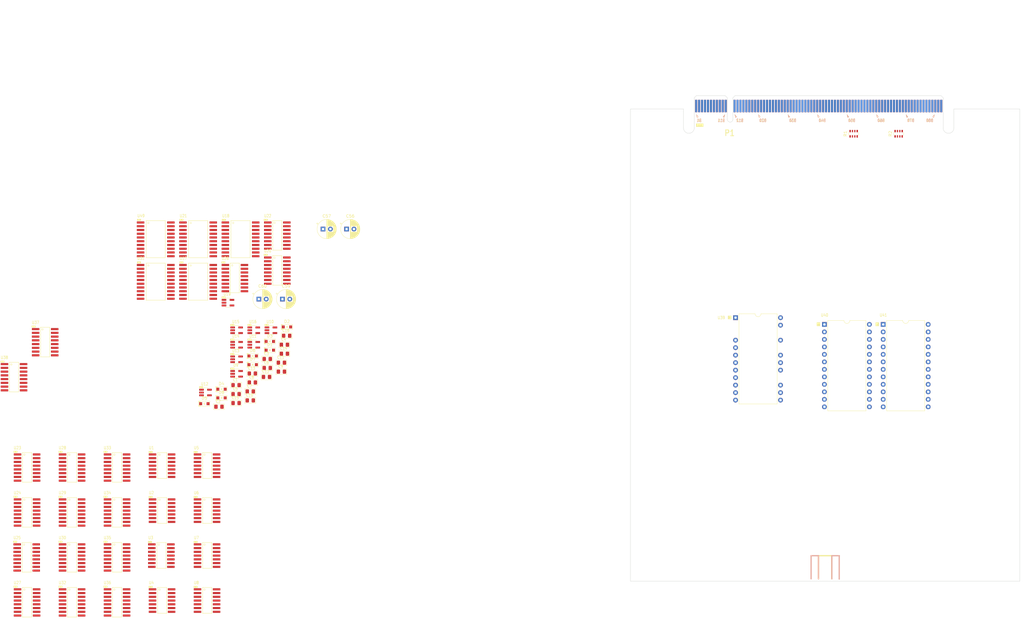
<source format=kicad_pcb>
(kicad_pcb (version 20171130) (host pcbnew 5.1.5+dfsg1-2build2)
  (title_block (title "CFT Control Unit Board") (comment 1 CTL))
  (layers (0 F.Cu signal) (1 In1.Cu power) (2 In2.Cu power) (31 B.Cu signal) (34 B.Paste user) (35 F.Paste user) (36 B.SilkS user) (37 F.SilkS user) (38 B.Mask user) (39 F.Mask user) (44 Edge.Cuts user))
  (net 0 "")
  (net 1 +5V)
  (net 2 GND)
  (net 3 /CLK4)
  (net 4 /CLK3)
  (net 5 /~RESET)
  (net 6 /T34)
  (net 7 /CLK2)
  (net 8 /CLK1)
  (net 9 /~RSTHOLD)
  (net 10 /~R)
  (net 11 /~IO)
  (net 12 /~MEM)
  (net 13 /~ENDEXT)
  (net 14 /~HALT)
  (net 15 /IN-RSVD)
  (net 16 /~WS)
  (net 17 /FV)
  (net 18 /~IRQ)
  (net 19 /~FLAGWE)
  (net 20 /IR0)
  (net 21 /IR1)
  (net 22 /IR2)
  (net 23 /IR3)
  (net 24 /IR4)
  (net 25 /IR5)
  (net 26 /IR6)
  (net 27 /~SKIPEXT)
  (net 28 /~IRQS)
  (net 29 /~WEN)
  (net 30 /FPCLK)
  (net 31 /POWEROK)
  (net 32 /COND1)
  (net 33 /COND3)
  (net 34 /CEXT8)
  (net 35 /FL)
  (net 36 /FZ)
  (net 37 /FN)
  (net 38 /PC10)
  (net 39 /PC11)
  (net 40 /PC13)
  (net 41 /PC12)
  (net 42 /PC15)
  (net 43 /PC14)
  (net 44 /FPFETCH∕~EXEC)
  (net 45 /COND0)
  (net 46 /COND2)
  (net 47 /COND4)
  (net 48 /CEXT9)
  (net 49 "Net-(U3-Pad8)")
  (net 50 /~FPIRL)
  (net 51 /~FPIRH)
  (net 52 /~FPµA0)
  (net 53 /~FPµC0)
  (net 54 /~FPµC2)
  (net 55 /~FPµC1)
  (net 56 /~FPRESET)
  (net 57 /~SYSDEV)
  (net 58 /~IODEV1xx)
  (net 59 /~IODEV2xx)
  (net 60 /~IODEV3xx)
  (net 61 /~W)
  (net 62 /sheet5DD55211/RSVD2)
  (net 63 /sheet5DD55211/RSVD3)
  (net 64 /sheet5DD55211/RSVD4)
  (net 65 /sheet5DD55211/AB8)
  (net 66 /sheet5DD55211/AB9)
  (net 67 /sheet5DD55211/AB10)
  (net 68 /sheet5DD55211/AB11)
  (net 69 /sheet5DD55211/AB12)
  (net 70 /sheet5DD55211/AB13)
  (net 71 /sheet5DD55211/AB14)
  (net 72 /sheet5DD55211/AB15)
  (net 73 /sheet5DD55211/AB16)
  (net 74 /sheet5DD55211/AB17)
  (net 75 /sheet5DD55211/AB18)
  (net 76 /sheet5DD55211/AB19)
  (net 77 /sheet5DD55211/AB20)
  (net 78 /sheet5DD55211/AB21)
  (net 79 /sheet5DD55211/AB22)
  (net 80 /sheet5DD55211/AB23)
  (net 81 /sheet5DD55211/RSVD1)
  (net 82 /sheet5DD55211/AB0)
  (net 83 /sheet5DD55211/AB1)
  (net 84 /sheet5DD55211/AB2)
  (net 85 /~RUEN)
  (net 86 /~WUEN)
  (net 87 "Net-(U22-Pad3)")
  (net 88 /~FPFLAGS)
  (net 89 /WSTB)
  (net 90 /IDXEN)
  (net 91 /~FPCLK~⁄CLK)
  (net 92 /DB0)
  (net 93 /DB1)
  (net 94 /DB2)
  (net 95 /DB3)
  (net 96 /DB4)
  (net 97 /DB5)
  (net 98 /DB6)
  (net 99 /DB7)
  (net 100 /~IRQ0)
  (net 101 /~IRQ1)
  (net 102 /~IRQ2)
  (net 103 /~IRQ3)
  (net 104 /~IRQ4)
  (net 105 /DB8)
  (net 106 /DB9)
  (net 107 /DB10)
  (net 108 /DB11)
  (net 109 /DB12)
  (net 110 /DB13)
  (net 111 /DB14)
  (net 112 /DB15)
  (net 113 /AB3)
  (net 114 /AB4)
  (net 115 /AB5)
  (net 116 /~IRQ5)
  (net 117 /~IRQ6)
  (net 118 /~IRQ7)
  (net 119 /FPD0)
  (net 120 /FPD1)
  (net 121 /FPD2)
  (net 122 /FPD3)
  (net 123 /FPD4)
  (net 124 /FPD5)
  (net 125 /FPD6)
  (net 126 /FPD7)
  (net 127 "Net-(U7-Pad12)")
  (net 128 "/IRQ State/~IRQ")
  (net 129 /IRF0)
  (net 130 /IRF1)
  (net 131 /IRF2)
  (net 132 /IRF3)
  (net 133 /IRF4)
  (net 134 /IRF5)
  (net 135 /IRF6)
  (net 136 /IRF7)
  (net 137 /sheet5DD55211/IBUS0)
  (net 138 /sheet5DD55211/IBUS1)
  (net 139 /sheet5DD55211/IBUS2)
  (net 140 /sheet5DD55211/IBUS3)
  (net 141 /sheet5DD55211/IBUS4)
  (net 142 /sheet5DD55211/IBUS5)
  (net 143 /AB6)
  (net 144 /AB7)
  (net 145 /sheet5DD55211/IBUS6)
  (net 146 /sheet5DD55211/IBUS7)
  (net 147 /sheet5DD55211/RADDR0)
  (net 148 /sheet5DD55211/RADDR1)
  (net 149 /sheet5DD55211/RADDR2)
  (net 150 /sheet5DD55211/RADDR3)
  (net 151 /sheet5DD55211/RADDR4)
  (net 152 /sheet5DD55211/WADDR0)
  (net 153 /sheet5DD55211/WADDR1)
  (net 154 /sheet5DD55211/WADDR2)
  (net 155 /sheet5DD55211/WADDR3)
  (net 156 /sheet5DD55211/WADDR4)
  (net 157 /sheet5DD55211/ACTION0)
  (net 158 /sheet5DD55211/ACTION1)
  (net 159 /sheet5DD55211/ACTION2)
  (net 160 /sheet5DD55211/ACTION3)
  (net 161 /sheet5DD55211/IBUS8)
  (net 162 /sheet5DD55211/IBUS9)
  (net 163 /sheet5DD55211/IBUS10)
  (net 164 /sheet5DD55211/IBUS11)
  (net 165 /sheet5DD55211/IBUS12)
  (net 166 /sheet5DD55211/IBUS13)
  (net 167 /sheet5DD55211/IBUS14)
  (net 168 /sheet5DD55211/IBUS15)
  (net 169 /IEN0)
  (net 170 "Net-(U1-Pad12)")
  (net 171 "Net-(U1-Pad8)")
  (net 172 "Net-(U1-Pad6)")
  (net 173 /IEN1)
  (net 174 "Net-(U2-Pad12)")
  (net 175 "Net-(U2-Pad8)")
  (net 176 "Net-(U2-Pad6)")
  (net 177 /IEN2)
  (net 178 "Net-(U3-Pad12)")
  (net 179 "Net-(U3-Pad6)")
  (net 180 /IEN3)
  (net 181 "Net-(U4-Pad12)")
  (net 182 "Net-(U4-Pad8)")
  (net 183 "Net-(U4-Pad6)")
  (net 184 /IEN4)
  (net 185 "Net-(U5-Pad12)")
  (net 186 "Net-(U5-Pad8)")
  (net 187 "Net-(U5-Pad6)")
  (net 188 /IEN5)
  (net 189 "Net-(U6-Pad12)")
  (net 190 "Net-(U6-Pad8)")
  (net 191 "Net-(U6-Pad6)")
  (net 192 /IEN6)
  (net 193 "Net-(U7-Pad8)")
  (net 194 "Net-(U7-Pad6)")
  (net 195 /IEN7)
  (net 196 "Net-(U8-Pad12)")
  (net 197 "Net-(U8-Pad8)")
  (net 198 "Net-(U8-Pad6)")
  (net 199 /~RISR)
  (net 200 /~RIER)
  (net 201 "Net-(U19-Pad4)")
  (net 202 "Net-(U20-Pad15)")
  (net 203 "Net-(U20-Pad14)")
  (net 204 "Net-(U20-Pad13)")
  (net 205 "Net-(U20-Pad12)")
  (net 206 "Net-(U20-Pad11)")
  (net 207 "Net-(U20-Pad10)")
  (net 208 "Net-(U20-Pad9)")
  (net 209 "Net-(U20-Pad7)")
  (net 210 /~FPIRF)
  (net 211 "Net-(U22-Pad15)")
  (net 212 "Net-(U22-Pad14)")
  (net 213 "Net-(U22-Pad13)")
  (net 214 "Net-(U22-Pad12)")
  (net 215 "Net-(U22-Pad11)")
  (net 216 "Net-(U22-Pad10)")
  (net 217 "Net-(U22-Pad9)")
  (net 218 "Net-(U22-Pad7)")
  (net 219 /~WIER)
  (net 220 "Net-(U23-Pad13)")
  (net 221 "Net-(U23-Pad12)")
  (net 222 /~WT0)
  (net 223 "Net-(U23-Pad7)")
  (net 224 "Net-(U23-Pad6)")
  (net 225 /TCP0)
  (net 226 "Net-(U23-Pad3)")
  (net 227 "Net-(U23-Pad2)")
  (net 228 "Net-(U24-Pad13)")
  (net 229 "Net-(U24-Pad12)")
  (net 230 "Net-(U24-Pad7)")
  (net 231 "Net-(U24-Pad6)")
  (net 232 "Net-(U24-Pad3)")
  (net 233 "Net-(U24-Pad2)")
  (net 234 "Net-(U25-Pad13)")
  (net 235 "Net-(U25-Pad12)")
  (net 236 "Net-(U25-Pad7)")
  (net 237 "Net-(U25-Pad6)")
  (net 238 "Net-(U25-Pad3)")
  (net 239 "Net-(U25-Pad2)")
  (net 240 /TTC0)
  (net 241 "Net-(U27-Pad12)")
  (net 242 "Net-(U27-Pad7)")
  (net 243 "Net-(U27-Pad6)")
  (net 244 "Net-(U27-Pad3)")
  (net 245 "Net-(U27-Pad2)")
  (net 246 "Net-(U28-Pad13)")
  (net 247 "Net-(U28-Pad12)")
  (net 248 "Net-(U28-Pad7)")
  (net 249 "Net-(U28-Pad6)")
  (net 250 /TCP1)
  (net 251 "Net-(U28-Pad3)")
  (net 252 "Net-(U28-Pad2)")
  (net 253 "Net-(U29-Pad13)")
  (net 254 "Net-(U29-Pad12)")
  (net 255 "Net-(U29-Pad7)")
  (net 256 "Net-(U29-Pad6)")
  (net 257 "Net-(U29-Pad3)")
  (net 258 "Net-(U29-Pad2)")
  (net 259 "Net-(U30-Pad13)")
  (net 260 "Net-(U30-Pad12)")
  (net 261 "Net-(U30-Pad7)")
  (net 262 "Net-(U30-Pad6)")
  (net 263 "Net-(U30-Pad3)")
  (net 264 "Net-(U30-Pad2)")
  (net 265 /TTC1)
  (net 266 "Net-(U32-Pad12)")
  (net 267 "Net-(U32-Pad7)")
  (net 268 "Net-(U32-Pad6)")
  (net 269 "Net-(U32-Pad3)")
  (net 270 "Net-(U32-Pad2)")
  (net 271 "Net-(U33-Pad13)")
  (net 272 "Net-(U33-Pad12)")
  (net 273 "Net-(U33-Pad7)")
  (net 274 "Net-(U33-Pad6)")
  (net 275 /TCP2)
  (net 276 "Net-(U33-Pad3)")
  (net 277 "Net-(U33-Pad2)")
  (net 278 "Net-(U34-Pad13)")
  (net 279 "Net-(U34-Pad12)")
  (net 280 "Net-(U34-Pad7)")
  (net 281 "Net-(U34-Pad6)")
  (net 282 "Net-(U34-Pad3)")
  (net 283 "Net-(U34-Pad2)")
  (net 284 "Net-(U35-Pad13)")
  (net 285 "Net-(U35-Pad12)")
  (net 286 "Net-(U35-Pad7)")
  (net 287 "Net-(U35-Pad6)")
  (net 288 "Net-(U35-Pad3)")
  (net 289 "Net-(U35-Pad2)")
  (net 290 /TTC2)
  (net 291 "Net-(U36-Pad12)")
  (net 292 "Net-(U36-Pad7)")
  (net 293 "Net-(U36-Pad6)")
  (net 294 "Net-(U36-Pad3)")
  (net 295 "Net-(U36-Pad2)")
  (net 296 /DIV2)
  (net 297 "Net-(U37-Pad9)")
  (net 298 /DIV256)
  (net 299 /DIV128)
  (net 300 /DIV64)
  (net 301 /DIV32)
  (net 302 /DIV16)
  (net 303 /DIV8)
  (net 304 /DIV4)
  (net 305 "Net-(U38-Pad15)")
  (net 306 "Net-(U38-Pad14)")
  (net 307 "Net-(U38-Pad13)")
  (net 308 "Net-(U38-Pad12)")
  (net 309 "Net-(U38-Pad11)")
  (net 310 "Net-(U38-Pad10)")
  (net 311 "Net-(U38-Pad9)")
  (net 312 "Net-(U38-Pad7)")
  (net 313 "Net-(U38-Pad6)")
  (net 314 "Net-(U38-Pad5)")
  (net 315 "Net-(U38-Pad4)")
  (net 316 "Net-(U38-Pad3)")
  (net 317 "Net-(U38-Pad2)")
  (net 318 "Net-(U38-Pad1)")
  (net 319 "Net-(U39-Pad23)")
  (net 320 "Net-(U39-Pad21)")
  (net 321 "Net-(U39-Pad19)")
  (net 322 "Net-(U39-Pad18)")
  (net 323 "Net-(U39-Pad17)")
  (net 324 "Net-(U39-Pad15)")
  (net 325 "Net-(U39-Pad14)")
  (net 326 "Net-(U39-Pad13)")
  (net 327 "Net-(U39-Pad11)")
  (net 328 "Net-(U39-Pad10)")
  (net 329 "Net-(U39-Pad9)")
  (net 330 "Net-(U39-Pad8)")
  (net 331 "Net-(U39-Pad7)")
  (net 332 "Net-(U39-Pad6)")
  (net 333 "Net-(U39-Pad5)")
  (net 334 "Net-(U39-Pad4)")
  (net 335 "Net-(U39-Pad1)")
  (net 336 "Net-(U40-Pad23)")
  (net 337 "Net-(U40-Pad11)")
  (net 338 "Net-(U40-Pad22)")
  (net 339 "Net-(U40-Pad10)")
  (net 340 "Net-(U40-Pad21)")
  (net 341 "Net-(U40-Pad9)")
  (net 342 "Net-(U40-Pad20)")
  (net 343 "Net-(U40-Pad8)")
  (net 344 "Net-(U40-Pad19)")
  (net 345 "Net-(U40-Pad7)")
  (net 346 "Net-(U40-Pad18)")
  (net 347 "Net-(U40-Pad6)")
  (net 348 "Net-(U40-Pad17)")
  (net 349 "Net-(U40-Pad5)")
  (net 350 "Net-(U40-Pad4)")
  (net 351 "Net-(U40-Pad3)")
  (net 352 "Net-(U40-Pad2)")
  (net 353 "Net-(U40-Pad1)")
  (net 354 "Net-(U41-Pad23)")
  (net 355 "Net-(U41-Pad11)")
  (net 356 "Net-(U41-Pad22)")
  (net 357 "Net-(U41-Pad10)")
  (net 358 "Net-(U41-Pad21)")
  (net 359 "Net-(U41-Pad9)")
  (net 360 "Net-(U41-Pad20)")
  (net 361 "Net-(U41-Pad8)")
  (net 362 "Net-(U41-Pad19)")
  (net 363 "Net-(U41-Pad7)")
  (net 364 "Net-(U41-Pad18)")
  (net 365 "Net-(U41-Pad6)")
  (net 366 "Net-(U41-Pad17)")
  (net 367 "Net-(U41-Pad5)")
  (net 368 "Net-(U41-Pad4)")
  (net 369 "Net-(U41-Pad3)")
  (net 370 "Net-(U41-Pad2)")
  (net 371 "Net-(U41-Pad1)")
  (module alexios:DIP-24_W15.24mm_socket (layer F.Cu) (at 139.544 150.241)
    (fp_text reference U41 (at -1.27 -3.175 180) (layer F.SilkS) (effects (font (size 1 0.83)) (justify left)))
    (fp_text value 8254)
    (pad 28 thru_hole oval (at 15.24 0) (size 1.6 1.6) (drill 0.8) (layers *.Cu *.Mask))
    (pad 27 thru_hole oval (at 15.24 2.54) (size 1.6 1.6) (drill 0.8) (layers *.Cu *.Mask))
    (pad 26 thru_hole oval (at 15.24 5.08) (size 1.6 1.6) (drill 0.8) (layers *.Cu *.Mask))
    (pad 12 thru_hole oval (at 0 27.94) (size 1.6 1.6) (drill 0.8) (layers *.Cu *.Mask))
    (pad 25 thru_hole oval (at 15.24 7.62) (size 1.6 1.6) (drill 0.8) (layers *.Cu *.Mask))
    (pad 11 thru_hole oval (at 0 25.4) (size 1.6 1.6) (drill 0.8) (layers *.Cu *.Mask) (net 355 "Net-(U41-Pad11)"))
    (pad 24 thru_hole oval (at 15.24 10.16) (size 1.6 1.6) (drill 0.8) (layers *.Cu *.Mask))
    (pad 10 thru_hole oval (at 0 22.86) (size 1.6 1.6) (drill 0.8) (layers *.Cu *.Mask) (net 357 "Net-(U41-Pad10)"))
    (pad 23 thru_hole oval (at 15.24 12.7) (size 1.6 1.6) (drill 0.8) (layers *.Cu *.Mask) (net 354 "Net-(U41-Pad23)"))
    (pad 9 thru_hole oval (at 0 20.32) (size 1.6 1.6) (drill 0.8) (layers *.Cu *.Mask) (net 359 "Net-(U41-Pad9)"))
    (pad 22 thru_hole oval (at 15.24 15.24) (size 1.6 1.6) (drill 0.8) (layers *.Cu *.Mask) (net 356 "Net-(U41-Pad22)"))
    (pad 8 thru_hole oval (at 0 17.78) (size 1.6 1.6) (drill 0.8) (layers *.Cu *.Mask) (net 361 "Net-(U41-Pad8)"))
    (pad 21 thru_hole oval (at 15.24 17.78) (size 1.6 1.6) (drill 0.8) (layers *.Cu *.Mask) (net 358 "Net-(U41-Pad21)"))
    (pad 7 thru_hole oval (at 0 15.24) (size 1.6 1.6) (drill 0.8) (layers *.Cu *.Mask) (net 363 "Net-(U41-Pad7)"))
    (pad 20 thru_hole oval (at 15.24 20.32) (size 1.6 1.6) (drill 0.8) (layers *.Cu *.Mask) (net 360 "Net-(U41-Pad20)"))
    (pad 6 thru_hole oval (at 0 12.7) (size 1.6 1.6) (drill 0.8) (layers *.Cu *.Mask) (net 365 "Net-(U41-Pad6)"))
    (pad 19 thru_hole oval (at 15.24 22.86) (size 1.6 1.6) (drill 0.8) (layers *.Cu *.Mask) (net 362 "Net-(U41-Pad19)"))
    (pad 5 thru_hole oval (at 0 10.16) (size 1.6 1.6) (drill 0.8) (layers *.Cu *.Mask) (net 367 "Net-(U41-Pad5)"))
    (pad 18 thru_hole oval (at 15.24 25.4) (size 1.6 1.6) (drill 0.8) (layers *.Cu *.Mask) (net 364 "Net-(U41-Pad18)"))
    (pad 4 thru_hole oval (at 0 7.62) (size 1.6 1.6) (drill 0.8) (layers *.Cu *.Mask) (net 368 "Net-(U41-Pad4)"))
    (pad 17 thru_hole oval (at 15.24 27.94) (size 1.6 1.6) (drill 0.8) (layers *.Cu *.Mask) (net 366 "Net-(U41-Pad17)"))
    (pad 3 thru_hole oval (at 0 5.08) (size 1.6 1.6) (drill 0.8) (layers *.Cu *.Mask) (net 369 "Net-(U41-Pad3)"))
    (pad 2 thru_hole oval (at 0 2.54) (size 1.6 1.6) (drill 0.8) (layers *.Cu *.Mask) (net 370 "Net-(U41-Pad2)"))
    (pad 1 thru_hole rect (at 0 0) (size 1.6 1.6) (drill 0.8) (layers *.Cu *.Mask) (net 371 "Net-(U41-Pad1)"))
  )
  (module alexios:DIP-24_W15.24mm_socket (layer F.Cu) (at 119.634 150.241)
    (fp_text reference U40 (at -1.27 -3.175 180) (layer F.SilkS) (effects (font (size 1 0.83)) (justify left)))
    (fp_text value 8254)
    (pad 28 thru_hole oval (at 15.24 0) (size 1.6 1.6) (drill 0.8) (layers *.Cu *.Mask))
    (pad 27 thru_hole oval (at 15.24 2.54) (size 1.6 1.6) (drill 0.8) (layers *.Cu *.Mask))
    (pad 26 thru_hole oval (at 15.24 5.08) (size 1.6 1.6) (drill 0.8) (layers *.Cu *.Mask))
    (pad 12 thru_hole oval (at 0 27.94) (size 1.6 1.6) (drill 0.8) (layers *.Cu *.Mask))
    (pad 25 thru_hole oval (at 15.24 7.62) (size 1.6 1.6) (drill 0.8) (layers *.Cu *.Mask))
    (pad 11 thru_hole oval (at 0 25.4) (size 1.6 1.6) (drill 0.8) (layers *.Cu *.Mask) (net 337 "Net-(U40-Pad11)"))
    (pad 24 thru_hole oval (at 15.24 10.16) (size 1.6 1.6) (drill 0.8) (layers *.Cu *.Mask))
    (pad 10 thru_hole oval (at 0 22.86) (size 1.6 1.6) (drill 0.8) (layers *.Cu *.Mask) (net 339 "Net-(U40-Pad10)"))
    (pad 23 thru_hole oval (at 15.24 12.7) (size 1.6 1.6) (drill 0.8) (layers *.Cu *.Mask) (net 336 "Net-(U40-Pad23)"))
    (pad 9 thru_hole oval (at 0 20.32) (size 1.6 1.6) (drill 0.8) (layers *.Cu *.Mask) (net 341 "Net-(U40-Pad9)"))
    (pad 22 thru_hole oval (at 15.24 15.24) (size 1.6 1.6) (drill 0.8) (layers *.Cu *.Mask) (net 338 "Net-(U40-Pad22)"))
    (pad 8 thru_hole oval (at 0 17.78) (size 1.6 1.6) (drill 0.8) (layers *.Cu *.Mask) (net 343 "Net-(U40-Pad8)"))
    (pad 21 thru_hole oval (at 15.24 17.78) (size 1.6 1.6) (drill 0.8) (layers *.Cu *.Mask) (net 340 "Net-(U40-Pad21)"))
    (pad 7 thru_hole oval (at 0 15.24) (size 1.6 1.6) (drill 0.8) (layers *.Cu *.Mask) (net 345 "Net-(U40-Pad7)"))
    (pad 20 thru_hole oval (at 15.24 20.32) (size 1.6 1.6) (drill 0.8) (layers *.Cu *.Mask) (net 342 "Net-(U40-Pad20)"))
    (pad 6 thru_hole oval (at 0 12.7) (size 1.6 1.6) (drill 0.8) (layers *.Cu *.Mask) (net 347 "Net-(U40-Pad6)"))
    (pad 19 thru_hole oval (at 15.24 22.86) (size 1.6 1.6) (drill 0.8) (layers *.Cu *.Mask) (net 344 "Net-(U40-Pad19)"))
    (pad 5 thru_hole oval (at 0 10.16) (size 1.6 1.6) (drill 0.8) (layers *.Cu *.Mask) (net 349 "Net-(U40-Pad5)"))
    (pad 18 thru_hole oval (at 15.24 25.4) (size 1.6 1.6) (drill 0.8) (layers *.Cu *.Mask) (net 346 "Net-(U40-Pad18)"))
    (pad 4 thru_hole oval (at 0 7.62) (size 1.6 1.6) (drill 0.8) (layers *.Cu *.Mask) (net 350 "Net-(U40-Pad4)"))
    (pad 17 thru_hole oval (at 15.24 27.94) (size 1.6 1.6) (drill 0.8) (layers *.Cu *.Mask) (net 348 "Net-(U40-Pad17)"))
    (pad 3 thru_hole oval (at 0 5.08) (size 1.6 1.6) (drill 0.8) (layers *.Cu *.Mask) (net 351 "Net-(U40-Pad3)"))
    (pad 2 thru_hole oval (at 0 2.54) (size 1.6 1.6) (drill 0.8) (layers *.Cu *.Mask) (net 352 "Net-(U40-Pad2)"))
    (pad 1 thru_hole rect (at 0 0) (size 1.6 1.6) (drill 0.8) (layers *.Cu *.Mask) (net 353 "Net-(U40-Pad1)"))
  )
  (module alexios:eDIP-24-DS12x_W15.24mm (layer F.Cu) (at 89.535 147.955)
    (fp_text reference U39 (at -3.5 0 180) (layer F.SilkS) (effects (font (size 1 0.83)) (justify right)))
    (fp_text value DS12C887+)
    (pad 24 thru_hole oval (at 15.24 0) (size 1.6 1.6) (drill 0.8) (layers *.Cu *.Mask))
    (pad 23 thru_hole oval (at 15.24 2.54) (size 1.6 1.6) (drill 0.8) (layers *.Cu *.Mask) (net 319 "Net-(U39-Pad23)"))
    (pad 12 thru_hole oval (at 0 27.94) (size 1.6 1.6) (drill 0.8) (layers *.Cu *.Mask))
    (pad 21 thru_hole oval (at 15.24 7.62) (size 1.6 1.6) (drill 0.8) (layers *.Cu *.Mask) (net 320 "Net-(U39-Pad21)"))
    (pad 11 thru_hole oval (at 0 25.4) (size 1.6 1.6) (drill 0.8) (layers *.Cu *.Mask) (net 327 "Net-(U39-Pad11)"))
    (pad 10 thru_hole oval (at 0 22.86) (size 1.6 1.6) (drill 0.8) (layers *.Cu *.Mask) (net 328 "Net-(U39-Pad10)"))
    (pad 19 thru_hole oval (at 15.24 12.7) (size 1.6 1.6) (drill 0.8) (layers *.Cu *.Mask) (net 321 "Net-(U39-Pad19)"))
    (pad 9 thru_hole oval (at 0 20.32) (size 1.6 1.6) (drill 0.8) (layers *.Cu *.Mask) (net 329 "Net-(U39-Pad9)"))
    (pad 18 thru_hole oval (at 15.24 15.24) (size 1.6 1.6) (drill 0.8) (layers *.Cu *.Mask) (net 322 "Net-(U39-Pad18)"))
    (pad 8 thru_hole oval (at 0 17.78) (size 1.6 1.6) (drill 0.8) (layers *.Cu *.Mask) (net 330 "Net-(U39-Pad8)"))
    (pad 17 thru_hole oval (at 15.24 17.78) (size 1.6 1.6) (drill 0.8) (layers *.Cu *.Mask) (net 323 "Net-(U39-Pad17)"))
    (pad 7 thru_hole oval (at 0 15.24) (size 1.6 1.6) (drill 0.8) (layers *.Cu *.Mask) (net 331 "Net-(U39-Pad7)"))
    (pad 6 thru_hole oval (at 0 12.7) (size 1.6 1.6) (drill 0.8) (layers *.Cu *.Mask) (net 332 "Net-(U39-Pad6)"))
    (pad 15 thru_hole oval (at 15.24 22.86) (size 1.6 1.6) (drill 0.8) (layers *.Cu *.Mask) (net 324 "Net-(U39-Pad15)"))
    (pad 5 thru_hole oval (at 0 10.16) (size 1.6 1.6) (drill 0.8) (layers *.Cu *.Mask) (net 333 "Net-(U39-Pad5)"))
    (pad 14 thru_hole oval (at 15.24 25.4) (size 1.6 1.6) (drill 0.8) (layers *.Cu *.Mask) (net 325 "Net-(U39-Pad14)"))
    (pad 4 thru_hole oval (at 0 7.62) (size 1.6 1.6) (drill 0.8) (layers *.Cu *.Mask) (net 334 "Net-(U39-Pad4)"))
    (pad 13 thru_hole oval (at 15.24 27.94) (size 1.6 1.6) (drill 0.8) (layers *.Cu *.Mask) (net 326 "Net-(U39-Pad13)"))
    (pad 1 thru_hole rect (at 0 0) (size 1.6 1.6) (drill 0.8) (layers *.Cu *.Mask) (net 335 "Net-(U39-Pad1)"))
  )
  (module Resistor_SMD:R_Array_Convex_4x0603 (layer F.Cu) (at 144.78 85.598 90)
    (fp_text reference R2 (at 0 -2.8 90) (layer F.SilkS))
    (fp_text value 4.7kΩ)
    (pad 5 smd rect (at 0.9 1.2 90) (size 0.8 0.5) (layers F.Cu F.Paste F.Mask) (net 118 /~IRQ7))
    (pad 6 smd rect (at 0.9 0.4 90) (size 0.8 0.4) (layers F.Cu F.Paste F.Mask) (net 117 /~IRQ6))
    (pad 8 smd rect (at 0.9 -1.2 90) (size 0.8 0.5) (layers F.Cu F.Paste F.Mask) (net 104 /~IRQ4))
    (pad 7 smd rect (at 0.9 -0.4 90) (size 0.8 0.4) (layers F.Cu F.Paste F.Mask) (net 116 /~IRQ5))
    (pad 4 smd rect (at -0.9 1.2 90) (size 0.8 0.5) (layers F.Cu F.Paste F.Mask) (net 1 +5V))
    (pad 2 smd rect (at -0.9 -0.4 90) (size 0.8 0.4) (layers F.Cu F.Paste F.Mask) (net 1 +5V))
    (pad 3 smd rect (at -0.9 0.4 90) (size 0.8 0.4) (layers F.Cu F.Paste F.Mask) (net 1 +5V))
    (pad 1 smd rect (at -0.9 -1.2 90) (size 0.8 0.5) (layers F.Cu F.Paste F.Mask) (net 1 +5V))
  )
  (module Resistor_SMD:R_Array_Convex_4x0603 (layer F.Cu) (at 129.54 85.598 90)
    (fp_text reference R1 (at 0 -2.8 90) (layer F.SilkS))
    (fp_text value 4.7kΩ)
    (pad 5 smd rect (at 0.9 1.2 90) (size 0.8 0.5) (layers F.Cu F.Paste F.Mask) (net 103 /~IRQ3))
    (pad 6 smd rect (at 0.9 0.4 90) (size 0.8 0.4) (layers F.Cu F.Paste F.Mask) (net 102 /~IRQ2))
    (pad 8 smd rect (at 0.9 -1.2 90) (size 0.8 0.5) (layers F.Cu F.Paste F.Mask) (net 100 /~IRQ0))
    (pad 7 smd rect (at 0.9 -0.4 90) (size 0.8 0.4) (layers F.Cu F.Paste F.Mask) (net 101 /~IRQ1))
    (pad 4 smd rect (at -0.9 1.2 90) (size 0.8 0.5) (layers F.Cu F.Paste F.Mask) (net 1 +5V))
    (pad 2 smd rect (at -0.9 -0.4 90) (size 0.8 0.4) (layers F.Cu F.Paste F.Mask) (net 1 +5V))
    (pad 3 smd rect (at -0.9 0.4 90) (size 0.8 0.4) (layers F.Cu F.Paste F.Mask) (net 1 +5V))
    (pad 1 smd rect (at -0.9 -1.2 90) (size 0.8 0.5) (layers F.Cu F.Paste F.Mask) (net 1 +5V))
  )
  (module alexios:SOIC-16 (layer F.Cu) (at -158.088 163.694)
    (fp_text reference U38 (at -1.350001 -2.25) (layer F.SilkS) (effects (font (size 1 0.83)) (justify left)))
    (fp_text value 74AC251)
    (pad 16 smd rect (at 6.466 0) (size 2.54 0.72) (layers F.Cu F.Paste F.Mask))
    (pad 15 smd rect (at 6.466 1.27) (size 2.54 0.72) (layers F.Cu F.Paste F.Mask) (net 305 "Net-(U38-Pad15)"))
    (pad 14 smd rect (at 6.466 2.54) (size 2.54 0.72) (layers F.Cu F.Paste F.Mask) (net 306 "Net-(U38-Pad14)"))
    (pad 13 smd rect (at 6.466 3.81) (size 2.54 0.72) (layers F.Cu F.Paste F.Mask) (net 307 "Net-(U38-Pad13)"))
    (pad 12 smd rect (at 6.466 5.08) (size 2.54 0.72) (layers F.Cu F.Paste F.Mask) (net 308 "Net-(U38-Pad12)"))
    (pad 11 smd rect (at 6.466 6.35) (size 2.54 0.72) (layers F.Cu F.Paste F.Mask) (net 309 "Net-(U38-Pad11)"))
    (pad 10 smd rect (at 6.466 7.62) (size 2.54 0.72) (layers F.Cu F.Paste F.Mask) (net 310 "Net-(U38-Pad10)"))
    (pad 9 smd rect (at 6.466 8.89) (size 2.54 0.72) (layers F.Cu F.Paste F.Mask) (net 311 "Net-(U38-Pad9)"))
    (pad 8 smd rect (at 0.008 8.89) (size 2.54 0.72) (layers F.Cu F.Paste F.Mask))
    (pad 7 smd rect (at 0.008 7.62) (size 2.54 0.72) (layers F.Cu F.Paste F.Mask) (net 312 "Net-(U38-Pad7)"))
    (pad 6 smd rect (at 0.008 6.35) (size 2.54 0.72) (layers F.Cu F.Paste F.Mask) (net 313 "Net-(U38-Pad6)"))
    (pad 5 smd rect (at 0.008 5.08) (size 2.54 0.72) (layers F.Cu F.Paste F.Mask) (net 314 "Net-(U38-Pad5)"))
    (pad 4 smd rect (at 0.008 3.81) (size 2.54 0.72) (layers F.Cu F.Paste F.Mask) (net 315 "Net-(U38-Pad4)"))
    (pad 3 smd rect (at 0 2.54) (size 2.54 0.72) (layers F.Cu F.Paste F.Mask) (net 316 "Net-(U38-Pad3)"))
    (pad 2 smd rect (at 0 1.27) (size 2.54 0.72) (layers F.Cu F.Paste F.Mask) (net 317 "Net-(U38-Pad2)"))
    (pad 1 smd rect (at 0.012 0) (size 2.54 0.72) (layers F.Cu F.Paste F.Mask) (net 318 "Net-(U38-Pad1)"))
  )
  (module alexios:SOIC-16 (layer F.Cu) (at -147.538 151.824)
    (fp_text reference U37 (at -1.350001 -2.25) (layer F.SilkS) (effects (font (size 1 0.83)) (justify left)))
    (fp_text value 74HC590)
    (pad 16 smd rect (at 6.466 0) (size 2.54 0.72) (layers F.Cu F.Paste F.Mask))
    (pad 15 smd rect (at 6.466 1.27) (size 2.54 0.72) (layers F.Cu F.Paste F.Mask) (net 296 /DIV2))
    (pad 14 smd rect (at 6.466 2.54) (size 2.54 0.72) (layers F.Cu F.Paste F.Mask) (net 2 GND))
    (pad 13 smd rect (at 6.466 3.81) (size 2.54 0.72) (layers F.Cu F.Paste F.Mask) (net 8 /CLK1))
    (pad 12 smd rect (at 6.466 5.08) (size 2.54 0.72) (layers F.Cu F.Paste F.Mask) (net 2 GND))
    (pad 11 smd rect (at 6.466 6.35) (size 2.54 0.72) (layers F.Cu F.Paste F.Mask) (net 8 /CLK1))
    (pad 10 smd rect (at 6.466 7.62) (size 2.54 0.72) (layers F.Cu F.Paste F.Mask) (net 1 +5V))
    (pad 9 smd rect (at 6.466 8.89) (size 2.54 0.72) (layers F.Cu F.Paste F.Mask) (net 297 "Net-(U37-Pad9)"))
    (pad 8 smd rect (at 0.008 8.89) (size 2.54 0.72) (layers F.Cu F.Paste F.Mask))
    (pad 7 smd rect (at 0.008 7.62) (size 2.54 0.72) (layers F.Cu F.Paste F.Mask) (net 298 /DIV256))
    (pad 6 smd rect (at 0.008 6.35) (size 2.54 0.72) (layers F.Cu F.Paste F.Mask) (net 299 /DIV128))
    (pad 5 smd rect (at 0.008 5.08) (size 2.54 0.72) (layers F.Cu F.Paste F.Mask) (net 300 /DIV64))
    (pad 4 smd rect (at 0.008 3.81) (size 2.54 0.72) (layers F.Cu F.Paste F.Mask) (net 301 /DIV32))
    (pad 3 smd rect (at 0 2.54) (size 2.54 0.72) (layers F.Cu F.Paste F.Mask) (net 302 /DIV16))
    (pad 2 smd rect (at 0 1.27) (size 2.54 0.72) (layers F.Cu F.Paste F.Mask) (net 303 /DIV8))
    (pad 1 smd rect (at 0.012 0) (size 2.54 0.72) (layers F.Cu F.Paste F.Mask) (net 304 /DIV4))
  )
  (module alexios:SOIC-16 (layer F.Cu) (at -123.19 240.03)
    (fp_text reference U36 (at -1.350001 -2.25) (layer F.SilkS) (effects (font (size 1 0.83)) (justify left)))
    (fp_text value 74HC193)
    (pad 16 smd rect (at 6.466 0) (size 2.54 0.72) (layers F.Cu F.Paste F.Mask))
    (pad 15 smd rect (at 6.466 1.27) (size 2.54 0.72) (layers F.Cu F.Paste F.Mask) (net 109 /DB12))
    (pad 14 smd rect (at 6.466 2.54) (size 2.54 0.72) (layers F.Cu F.Paste F.Mask) (net 2 GND))
    (pad 13 smd rect (at 6.466 3.81) (size 2.54 0.72) (layers F.Cu F.Paste F.Mask) (net 290 /TTC2))
    (pad 12 smd rect (at 6.466 5.08) (size 2.54 0.72) (layers F.Cu F.Paste F.Mask) (net 291 "Net-(U36-Pad12)"))
    (pad 11 smd rect (at 6.466 6.35) (size 2.54 0.72) (layers F.Cu F.Paste F.Mask) (net 275 /TCP2))
    (pad 10 smd rect (at 6.466 7.62) (size 2.54 0.72) (layers F.Cu F.Paste F.Mask) (net 111 /DB14))
    (pad 9 smd rect (at 6.466 8.89) (size 2.54 0.72) (layers F.Cu F.Paste F.Mask) (net 112 /DB15))
    (pad 8 smd rect (at 0.008 8.89) (size 2.54 0.72) (layers F.Cu F.Paste F.Mask))
    (pad 7 smd rect (at 0.008 7.62) (size 2.54 0.72) (layers F.Cu F.Paste F.Mask) (net 292 "Net-(U36-Pad7)"))
    (pad 6 smd rect (at 0.008 6.35) (size 2.54 0.72) (layers F.Cu F.Paste F.Mask) (net 293 "Net-(U36-Pad6)"))
    (pad 5 smd rect (at 0.008 5.08) (size 2.54 0.72) (layers F.Cu F.Paste F.Mask) (net 1 +5V))
    (pad 4 smd rect (at 0.008 3.81) (size 2.54 0.72) (layers F.Cu F.Paste F.Mask) (net 284 "Net-(U35-Pad13)"))
    (pad 3 smd rect (at 0 2.54) (size 2.54 0.72) (layers F.Cu F.Paste F.Mask) (net 294 "Net-(U36-Pad3)"))
    (pad 2 smd rect (at 0 1.27) (size 2.54 0.72) (layers F.Cu F.Paste F.Mask) (net 295 "Net-(U36-Pad2)"))
    (pad 1 smd rect (at 0.012 0) (size 2.54 0.72) (layers F.Cu F.Paste F.Mask) (net 110 /DB13))
  )
  (module alexios:SOIC-16 (layer F.Cu) (at -123.19 224.79)
    (fp_text reference U35 (at -1.350001 -2.25) (layer F.SilkS) (effects (font (size 1 0.83)) (justify left)))
    (fp_text value 74HC193)
    (pad 16 smd rect (at 6.466 0) (size 2.54 0.72) (layers F.Cu F.Paste F.Mask))
    (pad 15 smd rect (at 6.466 1.27) (size 2.54 0.72) (layers F.Cu F.Paste F.Mask) (net 105 /DB8))
    (pad 14 smd rect (at 6.466 2.54) (size 2.54 0.72) (layers F.Cu F.Paste F.Mask) (net 2 GND))
    (pad 13 smd rect (at 6.466 3.81) (size 2.54 0.72) (layers F.Cu F.Paste F.Mask) (net 284 "Net-(U35-Pad13)"))
    (pad 12 smd rect (at 6.466 5.08) (size 2.54 0.72) (layers F.Cu F.Paste F.Mask) (net 285 "Net-(U35-Pad12)"))
    (pad 11 smd rect (at 6.466 6.35) (size 2.54 0.72) (layers F.Cu F.Paste F.Mask) (net 275 /TCP2))
    (pad 10 smd rect (at 6.466 7.62) (size 2.54 0.72) (layers F.Cu F.Paste F.Mask) (net 107 /DB10))
    (pad 9 smd rect (at 6.466 8.89) (size 2.54 0.72) (layers F.Cu F.Paste F.Mask) (net 108 /DB11))
    (pad 8 smd rect (at 0.008 8.89) (size 2.54 0.72) (layers F.Cu F.Paste F.Mask))
    (pad 7 smd rect (at 0.008 7.62) (size 2.54 0.72) (layers F.Cu F.Paste F.Mask) (net 286 "Net-(U35-Pad7)"))
    (pad 6 smd rect (at 0.008 6.35) (size 2.54 0.72) (layers F.Cu F.Paste F.Mask) (net 287 "Net-(U35-Pad6)"))
    (pad 5 smd rect (at 0.008 5.08) (size 2.54 0.72) (layers F.Cu F.Paste F.Mask) (net 1 +5V))
    (pad 4 smd rect (at 0.008 3.81) (size 2.54 0.72) (layers F.Cu F.Paste F.Mask) (net 278 "Net-(U34-Pad13)"))
    (pad 3 smd rect (at 0 2.54) (size 2.54 0.72) (layers F.Cu F.Paste F.Mask) (net 288 "Net-(U35-Pad3)"))
    (pad 2 smd rect (at 0 1.27) (size 2.54 0.72) (layers F.Cu F.Paste F.Mask) (net 289 "Net-(U35-Pad2)"))
    (pad 1 smd rect (at 0.012 0) (size 2.54 0.72) (layers F.Cu F.Paste F.Mask) (net 106 /DB9))
  )
  (module alexios:SOIC-16 (layer F.Cu) (at -123.19 209.55)
    (fp_text reference U34 (at -1.350001 -2.25) (layer F.SilkS) (effects (font (size 1 0.83)) (justify left)))
    (fp_text value 74HC193)
    (pad 16 smd rect (at 6.466 0) (size 2.54 0.72) (layers F.Cu F.Paste F.Mask))
    (pad 15 smd rect (at 6.466 1.27) (size 2.54 0.72) (layers F.Cu F.Paste F.Mask) (net 96 /DB4))
    (pad 14 smd rect (at 6.466 2.54) (size 2.54 0.72) (layers F.Cu F.Paste F.Mask) (net 2 GND))
    (pad 13 smd rect (at 6.466 3.81) (size 2.54 0.72) (layers F.Cu F.Paste F.Mask) (net 278 "Net-(U34-Pad13)"))
    (pad 12 smd rect (at 6.466 5.08) (size 2.54 0.72) (layers F.Cu F.Paste F.Mask) (net 279 "Net-(U34-Pad12)"))
    (pad 11 smd rect (at 6.466 6.35) (size 2.54 0.72) (layers F.Cu F.Paste F.Mask) (net 275 /TCP2))
    (pad 10 smd rect (at 6.466 7.62) (size 2.54 0.72) (layers F.Cu F.Paste F.Mask) (net 98 /DB6))
    (pad 9 smd rect (at 6.466 8.89) (size 2.54 0.72) (layers F.Cu F.Paste F.Mask) (net 99 /DB7))
    (pad 8 smd rect (at 0.008 8.89) (size 2.54 0.72) (layers F.Cu F.Paste F.Mask))
    (pad 7 smd rect (at 0.008 7.62) (size 2.54 0.72) (layers F.Cu F.Paste F.Mask) (net 280 "Net-(U34-Pad7)"))
    (pad 6 smd rect (at 0.008 6.35) (size 2.54 0.72) (layers F.Cu F.Paste F.Mask) (net 281 "Net-(U34-Pad6)"))
    (pad 5 smd rect (at 0.008 5.08) (size 2.54 0.72) (layers F.Cu F.Paste F.Mask) (net 1 +5V))
    (pad 4 smd rect (at 0.008 3.81) (size 2.54 0.72) (layers F.Cu F.Paste F.Mask) (net 271 "Net-(U33-Pad13)"))
    (pad 3 smd rect (at 0 2.54) (size 2.54 0.72) (layers F.Cu F.Paste F.Mask) (net 282 "Net-(U34-Pad3)"))
    (pad 2 smd rect (at 0 1.27) (size 2.54 0.72) (layers F.Cu F.Paste F.Mask) (net 283 "Net-(U34-Pad2)"))
    (pad 1 smd rect (at 0.012 0) (size 2.54 0.72) (layers F.Cu F.Paste F.Mask) (net 97 /DB5))
  )
  (module alexios:SOIC-16 (layer F.Cu) (at -123.19 194.31)
    (fp_text reference U33 (at -1.350001 -2.25) (layer F.SilkS) (effects (font (size 1 0.83)) (justify left)))
    (fp_text value 74HC193)
    (pad 16 smd rect (at 6.466 0) (size 2.54 0.72) (layers F.Cu F.Paste F.Mask))
    (pad 15 smd rect (at 6.466 1.27) (size 2.54 0.72) (layers F.Cu F.Paste F.Mask) (net 92 /DB0))
    (pad 14 smd rect (at 6.466 2.54) (size 2.54 0.72) (layers F.Cu F.Paste F.Mask) (net 2 GND))
    (pad 13 smd rect (at 6.466 3.81) (size 2.54 0.72) (layers F.Cu F.Paste F.Mask) (net 271 "Net-(U33-Pad13)"))
    (pad 12 smd rect (at 6.466 5.08) (size 2.54 0.72) (layers F.Cu F.Paste F.Mask) (net 272 "Net-(U33-Pad12)"))
    (pad 11 smd rect (at 6.466 6.35) (size 2.54 0.72) (layers F.Cu F.Paste F.Mask) (net 222 /~WT0))
    (pad 10 smd rect (at 6.466 7.62) (size 2.54 0.72) (layers F.Cu F.Paste F.Mask) (net 94 /DB2))
    (pad 9 smd rect (at 6.466 8.89) (size 2.54 0.72) (layers F.Cu F.Paste F.Mask) (net 95 /DB3))
    (pad 8 smd rect (at 0.008 8.89) (size 2.54 0.72) (layers F.Cu F.Paste F.Mask))
    (pad 7 smd rect (at 0.008 7.62) (size 2.54 0.72) (layers F.Cu F.Paste F.Mask) (net 273 "Net-(U33-Pad7)"))
    (pad 6 smd rect (at 0.008 6.35) (size 2.54 0.72) (layers F.Cu F.Paste F.Mask) (net 274 "Net-(U33-Pad6)"))
    (pad 5 smd rect (at 0.008 5.08) (size 2.54 0.72) (layers F.Cu F.Paste F.Mask) (net 1 +5V))
    (pad 4 smd rect (at 0.008 3.81) (size 2.54 0.72) (layers F.Cu F.Paste F.Mask) (net 275 /TCP2))
    (pad 3 smd rect (at 0 2.54) (size 2.54 0.72) (layers F.Cu F.Paste F.Mask) (net 276 "Net-(U33-Pad3)"))
    (pad 2 smd rect (at 0 1.27) (size 2.54 0.72) (layers F.Cu F.Paste F.Mask) (net 277 "Net-(U33-Pad2)"))
    (pad 1 smd rect (at 0.012 0) (size 2.54 0.72) (layers F.Cu F.Paste F.Mask) (net 93 /DB1))
  )
  (module alexios:SOIC-16 (layer F.Cu) (at -138.43 240.03)
    (fp_text reference U32 (at -1.350001 -2.25) (layer F.SilkS) (effects (font (size 1 0.83)) (justify left)))
    (fp_text value 74HC193)
    (pad 16 smd rect (at 6.466 0) (size 2.54 0.72) (layers F.Cu F.Paste F.Mask))
    (pad 15 smd rect (at 6.466 1.27) (size 2.54 0.72) (layers F.Cu F.Paste F.Mask) (net 109 /DB12))
    (pad 14 smd rect (at 6.466 2.54) (size 2.54 0.72) (layers F.Cu F.Paste F.Mask) (net 2 GND))
    (pad 13 smd rect (at 6.466 3.81) (size 2.54 0.72) (layers F.Cu F.Paste F.Mask) (net 265 /TTC1))
    (pad 12 smd rect (at 6.466 5.08) (size 2.54 0.72) (layers F.Cu F.Paste F.Mask) (net 266 "Net-(U32-Pad12)"))
    (pad 11 smd rect (at 6.466 6.35) (size 2.54 0.72) (layers F.Cu F.Paste F.Mask) (net 250 /TCP1))
    (pad 10 smd rect (at 6.466 7.62) (size 2.54 0.72) (layers F.Cu F.Paste F.Mask) (net 111 /DB14))
    (pad 9 smd rect (at 6.466 8.89) (size 2.54 0.72) (layers F.Cu F.Paste F.Mask) (net 112 /DB15))
    (pad 8 smd rect (at 0.008 8.89) (size 2.54 0.72) (layers F.Cu F.Paste F.Mask))
    (pad 7 smd rect (at 0.008 7.62) (size 2.54 0.72) (layers F.Cu F.Paste F.Mask) (net 267 "Net-(U32-Pad7)"))
    (pad 6 smd rect (at 0.008 6.35) (size 2.54 0.72) (layers F.Cu F.Paste F.Mask) (net 268 "Net-(U32-Pad6)"))
    (pad 5 smd rect (at 0.008 5.08) (size 2.54 0.72) (layers F.Cu F.Paste F.Mask) (net 1 +5V))
    (pad 4 smd rect (at 0.008 3.81) (size 2.54 0.72) (layers F.Cu F.Paste F.Mask) (net 259 "Net-(U30-Pad13)"))
    (pad 3 smd rect (at 0 2.54) (size 2.54 0.72) (layers F.Cu F.Paste F.Mask) (net 269 "Net-(U32-Pad3)"))
    (pad 2 smd rect (at 0 1.27) (size 2.54 0.72) (layers F.Cu F.Paste F.Mask) (net 270 "Net-(U32-Pad2)"))
    (pad 1 smd rect (at 0.012 0) (size 2.54 0.72) (layers F.Cu F.Paste F.Mask) (net 110 /DB13))
  )
  (module alexios:SOIC-16 (layer F.Cu) (at -138.43 224.79)
    (fp_text reference U30 (at -1.350001 -2.25) (layer F.SilkS) (effects (font (size 1 0.83)) (justify left)))
    (fp_text value 74HC193)
    (pad 16 smd rect (at 6.466 0) (size 2.54 0.72) (layers F.Cu F.Paste F.Mask))
    (pad 15 smd rect (at 6.466 1.27) (size 2.54 0.72) (layers F.Cu F.Paste F.Mask) (net 105 /DB8))
    (pad 14 smd rect (at 6.466 2.54) (size 2.54 0.72) (layers F.Cu F.Paste F.Mask) (net 2 GND))
    (pad 13 smd rect (at 6.466 3.81) (size 2.54 0.72) (layers F.Cu F.Paste F.Mask) (net 259 "Net-(U30-Pad13)"))
    (pad 12 smd rect (at 6.466 5.08) (size 2.54 0.72) (layers F.Cu F.Paste F.Mask) (net 260 "Net-(U30-Pad12)"))
    (pad 11 smd rect (at 6.466 6.35) (size 2.54 0.72) (layers F.Cu F.Paste F.Mask) (net 250 /TCP1))
    (pad 10 smd rect (at 6.466 7.62) (size 2.54 0.72) (layers F.Cu F.Paste F.Mask) (net 107 /DB10))
    (pad 9 smd rect (at 6.466 8.89) (size 2.54 0.72) (layers F.Cu F.Paste F.Mask) (net 108 /DB11))
    (pad 8 smd rect (at 0.008 8.89) (size 2.54 0.72) (layers F.Cu F.Paste F.Mask))
    (pad 7 smd rect (at 0.008 7.62) (size 2.54 0.72) (layers F.Cu F.Paste F.Mask) (net 261 "Net-(U30-Pad7)"))
    (pad 6 smd rect (at 0.008 6.35) (size 2.54 0.72) (layers F.Cu F.Paste F.Mask) (net 262 "Net-(U30-Pad6)"))
    (pad 5 smd rect (at 0.008 5.08) (size 2.54 0.72) (layers F.Cu F.Paste F.Mask) (net 1 +5V))
    (pad 4 smd rect (at 0.008 3.81) (size 2.54 0.72) (layers F.Cu F.Paste F.Mask) (net 253 "Net-(U29-Pad13)"))
    (pad 3 smd rect (at 0 2.54) (size 2.54 0.72) (layers F.Cu F.Paste F.Mask) (net 263 "Net-(U30-Pad3)"))
    (pad 2 smd rect (at 0 1.27) (size 2.54 0.72) (layers F.Cu F.Paste F.Mask) (net 264 "Net-(U30-Pad2)"))
    (pad 1 smd rect (at 0.012 0) (size 2.54 0.72) (layers F.Cu F.Paste F.Mask) (net 106 /DB9))
  )
  (module alexios:SOIC-16 (layer F.Cu) (at -138.43 209.55)
    (fp_text reference U29 (at -1.350001 -2.25) (layer F.SilkS) (effects (font (size 1 0.83)) (justify left)))
    (fp_text value 74HC193)
    (pad 16 smd rect (at 6.466 0) (size 2.54 0.72) (layers F.Cu F.Paste F.Mask))
    (pad 15 smd rect (at 6.466 1.27) (size 2.54 0.72) (layers F.Cu F.Paste F.Mask) (net 96 /DB4))
    (pad 14 smd rect (at 6.466 2.54) (size 2.54 0.72) (layers F.Cu F.Paste F.Mask) (net 2 GND))
    (pad 13 smd rect (at 6.466 3.81) (size 2.54 0.72) (layers F.Cu F.Paste F.Mask) (net 253 "Net-(U29-Pad13)"))
    (pad 12 smd rect (at 6.466 5.08) (size 2.54 0.72) (layers F.Cu F.Paste F.Mask) (net 254 "Net-(U29-Pad12)"))
    (pad 11 smd rect (at 6.466 6.35) (size 2.54 0.72) (layers F.Cu F.Paste F.Mask) (net 250 /TCP1))
    (pad 10 smd rect (at 6.466 7.62) (size 2.54 0.72) (layers F.Cu F.Paste F.Mask) (net 98 /DB6))
    (pad 9 smd rect (at 6.466 8.89) (size 2.54 0.72) (layers F.Cu F.Paste F.Mask) (net 99 /DB7))
    (pad 8 smd rect (at 0.008 8.89) (size 2.54 0.72) (layers F.Cu F.Paste F.Mask))
    (pad 7 smd rect (at 0.008 7.62) (size 2.54 0.72) (layers F.Cu F.Paste F.Mask) (net 255 "Net-(U29-Pad7)"))
    (pad 6 smd rect (at 0.008 6.35) (size 2.54 0.72) (layers F.Cu F.Paste F.Mask) (net 256 "Net-(U29-Pad6)"))
    (pad 5 smd rect (at 0.008 5.08) (size 2.54 0.72) (layers F.Cu F.Paste F.Mask) (net 1 +5V))
    (pad 4 smd rect (at 0.008 3.81) (size 2.54 0.72) (layers F.Cu F.Paste F.Mask) (net 246 "Net-(U28-Pad13)"))
    (pad 3 smd rect (at 0 2.54) (size 2.54 0.72) (layers F.Cu F.Paste F.Mask) (net 257 "Net-(U29-Pad3)"))
    (pad 2 smd rect (at 0 1.27) (size 2.54 0.72) (layers F.Cu F.Paste F.Mask) (net 258 "Net-(U29-Pad2)"))
    (pad 1 smd rect (at 0.012 0) (size 2.54 0.72) (layers F.Cu F.Paste F.Mask) (net 97 /DB5))
  )
  (module alexios:SOIC-16 (layer F.Cu) (at -138.43 194.31)
    (fp_text reference U28 (at -1.350001 -2.25) (layer F.SilkS) (effects (font (size 1 0.83)) (justify left)))
    (fp_text value 74HC193)
    (pad 16 smd rect (at 6.466 0) (size 2.54 0.72) (layers F.Cu F.Paste F.Mask))
    (pad 15 smd rect (at 6.466 1.27) (size 2.54 0.72) (layers F.Cu F.Paste F.Mask) (net 92 /DB0))
    (pad 14 smd rect (at 6.466 2.54) (size 2.54 0.72) (layers F.Cu F.Paste F.Mask) (net 2 GND))
    (pad 13 smd rect (at 6.466 3.81) (size 2.54 0.72) (layers F.Cu F.Paste F.Mask) (net 246 "Net-(U28-Pad13)"))
    (pad 12 smd rect (at 6.466 5.08) (size 2.54 0.72) (layers F.Cu F.Paste F.Mask) (net 247 "Net-(U28-Pad12)"))
    (pad 11 smd rect (at 6.466 6.35) (size 2.54 0.72) (layers F.Cu F.Paste F.Mask) (net 222 /~WT0))
    (pad 10 smd rect (at 6.466 7.62) (size 2.54 0.72) (layers F.Cu F.Paste F.Mask) (net 94 /DB2))
    (pad 9 smd rect (at 6.466 8.89) (size 2.54 0.72) (layers F.Cu F.Paste F.Mask) (net 95 /DB3))
    (pad 8 smd rect (at 0.008 8.89) (size 2.54 0.72) (layers F.Cu F.Paste F.Mask))
    (pad 7 smd rect (at 0.008 7.62) (size 2.54 0.72) (layers F.Cu F.Paste F.Mask) (net 248 "Net-(U28-Pad7)"))
    (pad 6 smd rect (at 0.008 6.35) (size 2.54 0.72) (layers F.Cu F.Paste F.Mask) (net 249 "Net-(U28-Pad6)"))
    (pad 5 smd rect (at 0.008 5.08) (size 2.54 0.72) (layers F.Cu F.Paste F.Mask) (net 1 +5V))
    (pad 4 smd rect (at 0.008 3.81) (size 2.54 0.72) (layers F.Cu F.Paste F.Mask) (net 250 /TCP1))
    (pad 3 smd rect (at 0 2.54) (size 2.54 0.72) (layers F.Cu F.Paste F.Mask) (net 251 "Net-(U28-Pad3)"))
    (pad 2 smd rect (at 0 1.27) (size 2.54 0.72) (layers F.Cu F.Paste F.Mask) (net 252 "Net-(U28-Pad2)"))
    (pad 1 smd rect (at 0.012 0) (size 2.54 0.72) (layers F.Cu F.Paste F.Mask) (net 93 /DB1))
  )
  (module alexios:SOIC-16 (layer F.Cu) (at -153.67 240.03)
    (fp_text reference U27 (at -1.350001 -2.25) (layer F.SilkS) (effects (font (size 1 0.83)) (justify left)))
    (fp_text value 74HC193)
    (pad 16 smd rect (at 6.466 0) (size 2.54 0.72) (layers F.Cu F.Paste F.Mask))
    (pad 15 smd rect (at 6.466 1.27) (size 2.54 0.72) (layers F.Cu F.Paste F.Mask) (net 109 /DB12))
    (pad 14 smd rect (at 6.466 2.54) (size 2.54 0.72) (layers F.Cu F.Paste F.Mask) (net 2 GND))
    (pad 13 smd rect (at 6.466 3.81) (size 2.54 0.72) (layers F.Cu F.Paste F.Mask) (net 240 /TTC0))
    (pad 12 smd rect (at 6.466 5.08) (size 2.54 0.72) (layers F.Cu F.Paste F.Mask) (net 241 "Net-(U27-Pad12)"))
    (pad 11 smd rect (at 6.466 6.35) (size 2.54 0.72) (layers F.Cu F.Paste F.Mask) (net 225 /TCP0))
    (pad 10 smd rect (at 6.466 7.62) (size 2.54 0.72) (layers F.Cu F.Paste F.Mask) (net 111 /DB14))
    (pad 9 smd rect (at 6.466 8.89) (size 2.54 0.72) (layers F.Cu F.Paste F.Mask) (net 112 /DB15))
    (pad 8 smd rect (at 0.008 8.89) (size 2.54 0.72) (layers F.Cu F.Paste F.Mask))
    (pad 7 smd rect (at 0.008 7.62) (size 2.54 0.72) (layers F.Cu F.Paste F.Mask) (net 242 "Net-(U27-Pad7)"))
    (pad 6 smd rect (at 0.008 6.35) (size 2.54 0.72) (layers F.Cu F.Paste F.Mask) (net 243 "Net-(U27-Pad6)"))
    (pad 5 smd rect (at 0.008 5.08) (size 2.54 0.72) (layers F.Cu F.Paste F.Mask) (net 1 +5V))
    (pad 4 smd rect (at 0.008 3.81) (size 2.54 0.72) (layers F.Cu F.Paste F.Mask) (net 234 "Net-(U25-Pad13)"))
    (pad 3 smd rect (at 0 2.54) (size 2.54 0.72) (layers F.Cu F.Paste F.Mask) (net 244 "Net-(U27-Pad3)"))
    (pad 2 smd rect (at 0 1.27) (size 2.54 0.72) (layers F.Cu F.Paste F.Mask) (net 245 "Net-(U27-Pad2)"))
    (pad 1 smd rect (at 0.012 0) (size 2.54 0.72) (layers F.Cu F.Paste F.Mask) (net 110 /DB13))
  )
  (module alexios:SOIC-16 (layer F.Cu) (at -153.788 224.79)
    (fp_text reference U25 (at -1.350001 -2.25) (layer F.SilkS) (effects (font (size 1 0.83)) (justify left)))
    (fp_text value 74HC193)
    (pad 16 smd rect (at 6.466 0) (size 2.54 0.72) (layers F.Cu F.Paste F.Mask))
    (pad 15 smd rect (at 6.466 1.27) (size 2.54 0.72) (layers F.Cu F.Paste F.Mask) (net 105 /DB8))
    (pad 14 smd rect (at 6.466 2.54) (size 2.54 0.72) (layers F.Cu F.Paste F.Mask) (net 2 GND))
    (pad 13 smd rect (at 6.466 3.81) (size 2.54 0.72) (layers F.Cu F.Paste F.Mask) (net 234 "Net-(U25-Pad13)"))
    (pad 12 smd rect (at 6.466 5.08) (size 2.54 0.72) (layers F.Cu F.Paste F.Mask) (net 235 "Net-(U25-Pad12)"))
    (pad 11 smd rect (at 6.466 6.35) (size 2.54 0.72) (layers F.Cu F.Paste F.Mask) (net 225 /TCP0))
    (pad 10 smd rect (at 6.466 7.62) (size 2.54 0.72) (layers F.Cu F.Paste F.Mask) (net 107 /DB10))
    (pad 9 smd rect (at 6.466 8.89) (size 2.54 0.72) (layers F.Cu F.Paste F.Mask) (net 108 /DB11))
    (pad 8 smd rect (at 0.008 8.89) (size 2.54 0.72) (layers F.Cu F.Paste F.Mask))
    (pad 7 smd rect (at 0.008 7.62) (size 2.54 0.72) (layers F.Cu F.Paste F.Mask) (net 236 "Net-(U25-Pad7)"))
    (pad 6 smd rect (at 0.008 6.35) (size 2.54 0.72) (layers F.Cu F.Paste F.Mask) (net 237 "Net-(U25-Pad6)"))
    (pad 5 smd rect (at 0.008 5.08) (size 2.54 0.72) (layers F.Cu F.Paste F.Mask) (net 1 +5V))
    (pad 4 smd rect (at 0.008 3.81) (size 2.54 0.72) (layers F.Cu F.Paste F.Mask) (net 228 "Net-(U24-Pad13)"))
    (pad 3 smd rect (at 0 2.54) (size 2.54 0.72) (layers F.Cu F.Paste F.Mask) (net 238 "Net-(U25-Pad3)"))
    (pad 2 smd rect (at 0 1.27) (size 2.54 0.72) (layers F.Cu F.Paste F.Mask) (net 239 "Net-(U25-Pad2)"))
    (pad 1 smd rect (at 0.012 0) (size 2.54 0.72) (layers F.Cu F.Paste F.Mask) (net 106 /DB9))
  )
  (module alexios:SOIC-16 (layer F.Cu) (at -153.67 209.55)
    (fp_text reference U24 (at -1.350001 -2.25) (layer F.SilkS) (effects (font (size 1 0.83)) (justify left)))
    (fp_text value 74HC193)
    (pad 16 smd rect (at 6.466 0) (size 2.54 0.72) (layers F.Cu F.Paste F.Mask))
    (pad 15 smd rect (at 6.466 1.27) (size 2.54 0.72) (layers F.Cu F.Paste F.Mask) (net 96 /DB4))
    (pad 14 smd rect (at 6.466 2.54) (size 2.54 0.72) (layers F.Cu F.Paste F.Mask) (net 2 GND))
    (pad 13 smd rect (at 6.466 3.81) (size 2.54 0.72) (layers F.Cu F.Paste F.Mask) (net 228 "Net-(U24-Pad13)"))
    (pad 12 smd rect (at 6.466 5.08) (size 2.54 0.72) (layers F.Cu F.Paste F.Mask) (net 229 "Net-(U24-Pad12)"))
    (pad 11 smd rect (at 6.466 6.35) (size 2.54 0.72) (layers F.Cu F.Paste F.Mask) (net 225 /TCP0))
    (pad 10 smd rect (at 6.466 7.62) (size 2.54 0.72) (layers F.Cu F.Paste F.Mask) (net 98 /DB6))
    (pad 9 smd rect (at 6.466 8.89) (size 2.54 0.72) (layers F.Cu F.Paste F.Mask) (net 99 /DB7))
    (pad 8 smd rect (at 0.008 8.89) (size 2.54 0.72) (layers F.Cu F.Paste F.Mask))
    (pad 7 smd rect (at 0.008 7.62) (size 2.54 0.72) (layers F.Cu F.Paste F.Mask) (net 230 "Net-(U24-Pad7)"))
    (pad 6 smd rect (at 0.008 6.35) (size 2.54 0.72) (layers F.Cu F.Paste F.Mask) (net 231 "Net-(U24-Pad6)"))
    (pad 5 smd rect (at 0.008 5.08) (size 2.54 0.72) (layers F.Cu F.Paste F.Mask) (net 1 +5V))
    (pad 4 smd rect (at 0.008 3.81) (size 2.54 0.72) (layers F.Cu F.Paste F.Mask) (net 220 "Net-(U23-Pad13)"))
    (pad 3 smd rect (at 0 2.54) (size 2.54 0.72) (layers F.Cu F.Paste F.Mask) (net 232 "Net-(U24-Pad3)"))
    (pad 2 smd rect (at 0 1.27) (size 2.54 0.72) (layers F.Cu F.Paste F.Mask) (net 233 "Net-(U24-Pad2)"))
    (pad 1 smd rect (at 0.012 0) (size 2.54 0.72) (layers F.Cu F.Paste F.Mask) (net 97 /DB5))
  )
  (module alexios:SOIC-16 (layer F.Cu) (at -153.67 194.31)
    (fp_text reference U23 (at -1.350001 -2.25) (layer F.SilkS) (effects (font (size 1 0.83)) (justify left)))
    (fp_text value 74HC193)
    (pad 16 smd rect (at 6.466 0) (size 2.54 0.72) (layers F.Cu F.Paste F.Mask))
    (pad 15 smd rect (at 6.466 1.27) (size 2.54 0.72) (layers F.Cu F.Paste F.Mask) (net 92 /DB0))
    (pad 14 smd rect (at 6.466 2.54) (size 2.54 0.72) (layers F.Cu F.Paste F.Mask) (net 2 GND))
    (pad 13 smd rect (at 6.466 3.81) (size 2.54 0.72) (layers F.Cu F.Paste F.Mask) (net 220 "Net-(U23-Pad13)"))
    (pad 12 smd rect (at 6.466 5.08) (size 2.54 0.72) (layers F.Cu F.Paste F.Mask) (net 221 "Net-(U23-Pad12)"))
    (pad 11 smd rect (at 6.466 6.35) (size 2.54 0.72) (layers F.Cu F.Paste F.Mask) (net 222 /~WT0))
    (pad 10 smd rect (at 6.466 7.62) (size 2.54 0.72) (layers F.Cu F.Paste F.Mask) (net 94 /DB2))
    (pad 9 smd rect (at 6.466 8.89) (size 2.54 0.72) (layers F.Cu F.Paste F.Mask) (net 95 /DB3))
    (pad 8 smd rect (at 0.008 8.89) (size 2.54 0.72) (layers F.Cu F.Paste F.Mask))
    (pad 7 smd rect (at 0.008 7.62) (size 2.54 0.72) (layers F.Cu F.Paste F.Mask) (net 223 "Net-(U23-Pad7)"))
    (pad 6 smd rect (at 0.008 6.35) (size 2.54 0.72) (layers F.Cu F.Paste F.Mask) (net 224 "Net-(U23-Pad6)"))
    (pad 5 smd rect (at 0.008 5.08) (size 2.54 0.72) (layers F.Cu F.Paste F.Mask) (net 1 +5V))
    (pad 4 smd rect (at 0.008 3.81) (size 2.54 0.72) (layers F.Cu F.Paste F.Mask) (net 225 /TCP0))
    (pad 3 smd rect (at 0 2.54) (size 2.54 0.72) (layers F.Cu F.Paste F.Mask) (net 226 "Net-(U23-Pad3)"))
    (pad 2 smd rect (at 0 1.27) (size 2.54 0.72) (layers F.Cu F.Paste F.Mask) (net 227 "Net-(U23-Pad2)"))
    (pad 1 smd rect (at 0.012 0) (size 2.54 0.72) (layers F.Cu F.Paste F.Mask) (net 93 /DB1))
  )
  (module alexios:SOIC-20W (layer F.Cu) (at -111.984 115.685)
    (fp_text reference U49 (at -1.200001 -2.25) (layer F.SilkS) (effects (font (size 1 0.83)) (justify left)))
    (fp_text value 74HC541)
    (pad 12 smd rect (at 10.264 10.16) (size 2.54 0.72) (layers F.Cu F.Paste F.Mask) (net 111 /DB14))
    (pad 11 smd rect (at 10.264 11.43) (size 2.54 0.72) (layers F.Cu F.Paste F.Mask) (net 112 /DB15))
    (pad 9 smd rect (at -0.004 10.16) (size 2.54 0.72) (layers F.Cu F.Paste F.Mask) (net 2 GND))
    (pad 10 smd rect (at -0.004 11.43) (size 2.54 0.72) (layers F.Cu F.Paste F.Mask))
    (pad 20 smd rect (at 10.264 0) (size 2.54 0.72) (layers F.Cu F.Paste F.Mask))
    (pad 19 smd rect (at 10.264 1.27) (size 2.54 0.72) (layers F.Cu F.Paste F.Mask) (net 2 GND))
    (pad 18 smd rect (at 10.264 2.54) (size 2.54 0.72) (layers F.Cu F.Paste F.Mask) (net 105 /DB8))
    (pad 17 smd rect (at 10.264 3.81) (size 2.54 0.72) (layers F.Cu F.Paste F.Mask) (net 106 /DB9))
    (pad 16 smd rect (at 10.264 5.08) (size 2.54 0.72) (layers F.Cu F.Paste F.Mask) (net 107 /DB10))
    (pad 15 smd rect (at 10.264 6.35) (size 2.54 0.72) (layers F.Cu F.Paste F.Mask) (net 108 /DB11))
    (pad 14 smd rect (at 10.264 7.62) (size 2.54 0.72) (layers F.Cu F.Paste F.Mask) (net 109 /DB12))
    (pad 13 smd rect (at 10.264 8.89) (size 2.54 0.72) (layers F.Cu F.Paste F.Mask) (net 110 /DB13))
    (pad 8 smd rect (at -0.004 8.89) (size 2.54 0.72) (layers F.Cu F.Paste F.Mask) (net 2 GND))
    (pad 7 smd rect (at -0.004 7.62) (size 2.54 0.72) (layers F.Cu F.Paste F.Mask) (net 2 GND))
    (pad 6 smd rect (at -0.004 6.35) (size 2.54 0.72) (layers F.Cu F.Paste F.Mask) (net 2 GND))
    (pad 5 smd rect (at -0.004 5.08) (size 2.54 0.72) (layers F.Cu F.Paste F.Mask) (net 1 +5V))
    (pad 4 smd rect (at -0.004 3.81) (size 2.54 0.72) (layers F.Cu F.Paste F.Mask) (net 1 +5V))
    (pad 3 smd rect (at -0.012 2.54) (size 2.54 0.72) (layers F.Cu F.Paste F.Mask) (net 1 +5V))
    (pad 2 smd rect (at -0.012 1.27) (size 2.54 0.72) (layers F.Cu F.Paste F.Mask) (net 1 +5V))
    (pad 1 smd rect (at 0 0) (size 2.54 0.72) (layers F.Cu F.Paste F.Mask) (net 199 /~RISR))
  )
  (module alexios:SOIC-20W (layer F.Cu) (at -111.984 130.095)
    (fp_text reference U31 (at -1.200001 -2.25) (layer F.SilkS) (effects (font (size 1 0.83)) (justify left)))
    (fp_text value 74HC541)
    (pad 12 smd rect (at 10.264 10.16) (size 2.54 0.72) (layers F.Cu F.Paste F.Mask) (net 125 /FPD6))
    (pad 11 smd rect (at 10.264 11.43) (size 2.54 0.72) (layers F.Cu F.Paste F.Mask) (net 126 /FPD7))
    (pad 9 smd rect (at -0.004 10.16) (size 2.54 0.72) (layers F.Cu F.Paste F.Mask) (net 195 /IEN7))
    (pad 10 smd rect (at -0.004 11.43) (size 2.54 0.72) (layers F.Cu F.Paste F.Mask))
    (pad 20 smd rect (at 10.264 0) (size 2.54 0.72) (layers F.Cu F.Paste F.Mask))
    (pad 19 smd rect (at 10.264 1.27) (size 2.54 0.72) (layers F.Cu F.Paste F.Mask) (net 2 GND))
    (pad 18 smd rect (at 10.264 2.54) (size 2.54 0.72) (layers F.Cu F.Paste F.Mask) (net 119 /FPD0))
    (pad 17 smd rect (at 10.264 3.81) (size 2.54 0.72) (layers F.Cu F.Paste F.Mask) (net 120 /FPD1))
    (pad 16 smd rect (at 10.264 5.08) (size 2.54 0.72) (layers F.Cu F.Paste F.Mask) (net 121 /FPD2))
    (pad 15 smd rect (at 10.264 6.35) (size 2.54 0.72) (layers F.Cu F.Paste F.Mask) (net 122 /FPD3))
    (pad 14 smd rect (at 10.264 7.62) (size 2.54 0.72) (layers F.Cu F.Paste F.Mask) (net 123 /FPD4))
    (pad 13 smd rect (at 10.264 8.89) (size 2.54 0.72) (layers F.Cu F.Paste F.Mask) (net 124 /FPD5))
    (pad 8 smd rect (at -0.004 8.89) (size 2.54 0.72) (layers F.Cu F.Paste F.Mask) (net 192 /IEN6))
    (pad 7 smd rect (at -0.004 7.62) (size 2.54 0.72) (layers F.Cu F.Paste F.Mask) (net 188 /IEN5))
    (pad 6 smd rect (at -0.004 6.35) (size 2.54 0.72) (layers F.Cu F.Paste F.Mask) (net 184 /IEN4))
    (pad 5 smd rect (at -0.004 5.08) (size 2.54 0.72) (layers F.Cu F.Paste F.Mask) (net 180 /IEN3))
    (pad 4 smd rect (at -0.004 3.81) (size 2.54 0.72) (layers F.Cu F.Paste F.Mask) (net 177 /IEN2))
    (pad 3 smd rect (at -0.012 2.54) (size 2.54 0.72) (layers F.Cu F.Paste F.Mask) (net 173 /IEN1))
    (pad 2 smd rect (at -0.012 1.27) (size 2.54 0.72) (layers F.Cu F.Paste F.Mask) (net 169 /IEN0))
    (pad 1 smd rect (at 0 0) (size 2.54 0.72) (layers F.Cu F.Paste F.Mask) (net 210 /~FPIRF))
  )
  (module alexios:SOIC-16 (layer F.Cu) (at -83.276 130.095)
    (fp_text reference U26 (at -1.350001 -2.25) (layer F.SilkS) (effects (font (size 1 0.83)) (justify left)))
    (fp_text value 74HC259)
    (pad 16 smd rect (at 6.466 0) (size 2.54 0.72) (layers F.Cu F.Paste F.Mask))
    (pad 15 smd rect (at 6.466 1.27) (size 2.54 0.72) (layers F.Cu F.Paste F.Mask) (net 5 /~RESET))
    (pad 14 smd rect (at 6.466 2.54) (size 2.54 0.72) (layers F.Cu F.Paste F.Mask) (net 219 /~WIER))
    (pad 13 smd rect (at 6.466 3.81) (size 2.54 0.72) (layers F.Cu F.Paste F.Mask) (net 92 /DB0))
    (pad 12 smd rect (at 6.466 5.08) (size 2.54 0.72) (layers F.Cu F.Paste F.Mask) (net 195 /IEN7))
    (pad 11 smd rect (at 6.466 6.35) (size 2.54 0.72) (layers F.Cu F.Paste F.Mask) (net 192 /IEN6))
    (pad 10 smd rect (at 6.466 7.62) (size 2.54 0.72) (layers F.Cu F.Paste F.Mask) (net 188 /IEN5))
    (pad 9 smd rect (at 6.466 8.89) (size 2.54 0.72) (layers F.Cu F.Paste F.Mask) (net 184 /IEN4))
    (pad 8 smd rect (at 0.008 8.89) (size 2.54 0.72) (layers F.Cu F.Paste F.Mask))
    (pad 7 smd rect (at 0.008 7.62) (size 2.54 0.72) (layers F.Cu F.Paste F.Mask) (net 180 /IEN3))
    (pad 6 smd rect (at 0.008 6.35) (size 2.54 0.72) (layers F.Cu F.Paste F.Mask) (net 177 /IEN2))
    (pad 5 smd rect (at 0.008 5.08) (size 2.54 0.72) (layers F.Cu F.Paste F.Mask) (net 173 /IEN1))
    (pad 4 smd rect (at 0.008 3.81) (size 2.54 0.72) (layers F.Cu F.Paste F.Mask) (net 169 /IEN0))
    (pad 3 smd rect (at 0 2.54) (size 2.54 0.72) (layers F.Cu F.Paste F.Mask) (net 95 /DB3))
    (pad 2 smd rect (at 0 1.27) (size 2.54 0.72) (layers F.Cu F.Paste F.Mask) (net 94 /DB2))
    (pad 1 smd rect (at 0.012 0) (size 2.54 0.72) (layers F.Cu F.Paste F.Mask) (net 93 /DB1))
  )
  (module alexios:SOIC-16 (layer F.Cu) (at -68.916 115.685)
    (fp_text reference U22 (at -1.350001 -2.25) (layer F.SilkS) (effects (font (size 1 0.83)) (justify left)))
    (fp_text value 74HC138)
    (pad 16 smd rect (at 6.466 0) (size 2.54 0.72) (layers F.Cu F.Paste F.Mask))
    (pad 15 smd rect (at 6.466 1.27) (size 2.54 0.72) (layers F.Cu F.Paste F.Mask) (net 211 "Net-(U22-Pad15)"))
    (pad 14 smd rect (at 6.466 2.54) (size 2.54 0.72) (layers F.Cu F.Paste F.Mask) (net 212 "Net-(U22-Pad14)"))
    (pad 13 smd rect (at 6.466 3.81) (size 2.54 0.72) (layers F.Cu F.Paste F.Mask) (net 213 "Net-(U22-Pad13)"))
    (pad 12 smd rect (at 6.466 5.08) (size 2.54 0.72) (layers F.Cu F.Paste F.Mask) (net 214 "Net-(U22-Pad12)"))
    (pad 11 smd rect (at 6.466 6.35) (size 2.54 0.72) (layers F.Cu F.Paste F.Mask) (net 215 "Net-(U22-Pad11)"))
    (pad 10 smd rect (at 6.466 7.62) (size 2.54 0.72) (layers F.Cu F.Paste F.Mask) (net 216 "Net-(U22-Pad10)"))
    (pad 9 smd rect (at 6.466 8.89) (size 2.54 0.72) (layers F.Cu F.Paste F.Mask) (net 217 "Net-(U22-Pad9)"))
    (pad 8 smd rect (at 0.008 8.89) (size 2.54 0.72) (layers F.Cu F.Paste F.Mask))
    (pad 7 smd rect (at 0.008 7.62) (size 2.54 0.72) (layers F.Cu F.Paste F.Mask) (net 218 "Net-(U22-Pad7)"))
    (pad 6 smd rect (at 0.008 6.35) (size 2.54 0.72) (layers F.Cu F.Paste F.Mask) (net 115 /AB5))
    (pad 5 smd rect (at 0.008 5.08) (size 2.54 0.72) (layers F.Cu F.Paste F.Mask) (net 10 /~R))
    (pad 4 smd rect (at 0.008 3.81) (size 2.54 0.72) (layers F.Cu F.Paste F.Mask) (net 57 /~SYSDEV))
    (pad 3 smd rect (at 0 2.54) (size 2.54 0.72) (layers F.Cu F.Paste F.Mask) (net 87 "Net-(U22-Pad3)"))
    (pad 2 smd rect (at 0 1.27) (size 2.54 0.72) (layers F.Cu F.Paste F.Mask) (net 114 /AB4))
    (pad 1 smd rect (at 0.012 0) (size 2.54 0.72) (layers F.Cu F.Paste F.Mask) (net 113 /AB3))
  )
  (module alexios:SOIC-20W (layer F.Cu) (at -97.624 115.685)
    (fp_text reference U21 (at -1.200001 -2.25) (layer F.SilkS) (effects (font (size 1 0.83)) (justify left)))
    (fp_text value 74HC541)
    (pad 12 smd rect (at 10.264 10.16) (size 2.54 0.72) (layers F.Cu F.Paste F.Mask) (net 125 /FPD6))
    (pad 11 smd rect (at 10.264 11.43) (size 2.54 0.72) (layers F.Cu F.Paste F.Mask) (net 126 /FPD7))
    (pad 9 smd rect (at -0.004 10.16) (size 2.54 0.72) (layers F.Cu F.Paste F.Mask) (net 136 /IRF7))
    (pad 10 smd rect (at -0.004 11.43) (size 2.54 0.72) (layers F.Cu F.Paste F.Mask))
    (pad 20 smd rect (at 10.264 0) (size 2.54 0.72) (layers F.Cu F.Paste F.Mask))
    (pad 19 smd rect (at 10.264 1.27) (size 2.54 0.72) (layers F.Cu F.Paste F.Mask) (net 2 GND))
    (pad 18 smd rect (at 10.264 2.54) (size 2.54 0.72) (layers F.Cu F.Paste F.Mask) (net 119 /FPD0))
    (pad 17 smd rect (at 10.264 3.81) (size 2.54 0.72) (layers F.Cu F.Paste F.Mask) (net 120 /FPD1))
    (pad 16 smd rect (at 10.264 5.08) (size 2.54 0.72) (layers F.Cu F.Paste F.Mask) (net 121 /FPD2))
    (pad 15 smd rect (at 10.264 6.35) (size 2.54 0.72) (layers F.Cu F.Paste F.Mask) (net 122 /FPD3))
    (pad 14 smd rect (at 10.264 7.62) (size 2.54 0.72) (layers F.Cu F.Paste F.Mask) (net 123 /FPD4))
    (pad 13 smd rect (at 10.264 8.89) (size 2.54 0.72) (layers F.Cu F.Paste F.Mask) (net 124 /FPD5))
    (pad 8 smd rect (at -0.004 8.89) (size 2.54 0.72) (layers F.Cu F.Paste F.Mask) (net 135 /IRF6))
    (pad 7 smd rect (at -0.004 7.62) (size 2.54 0.72) (layers F.Cu F.Paste F.Mask) (net 134 /IRF5))
    (pad 6 smd rect (at -0.004 6.35) (size 2.54 0.72) (layers F.Cu F.Paste F.Mask) (net 133 /IRF4))
    (pad 5 smd rect (at -0.004 5.08) (size 2.54 0.72) (layers F.Cu F.Paste F.Mask) (net 132 /IRF3))
    (pad 4 smd rect (at -0.004 3.81) (size 2.54 0.72) (layers F.Cu F.Paste F.Mask) (net 131 /IRF2))
    (pad 3 smd rect (at -0.012 2.54) (size 2.54 0.72) (layers F.Cu F.Paste F.Mask) (net 130 /IRF1))
    (pad 2 smd rect (at -0.012 1.27) (size 2.54 0.72) (layers F.Cu F.Paste F.Mask) (net 129 /IRF0))
    (pad 1 smd rect (at 0 0) (size 2.54 0.72) (layers F.Cu F.Paste F.Mask) (net 210 /~FPIRF))
  )
  (module alexios:SOIC-16 (layer F.Cu) (at -68.916 127.555)
    (fp_text reference U20 (at -1.350001 -2.25) (layer F.SilkS) (effects (font (size 1 0.83)) (justify left)))
    (fp_text value 74HC138)
    (pad 16 smd rect (at 6.466 0) (size 2.54 0.72) (layers F.Cu F.Paste F.Mask))
    (pad 15 smd rect (at 6.466 1.27) (size 2.54 0.72) (layers F.Cu F.Paste F.Mask) (net 202 "Net-(U20-Pad15)"))
    (pad 14 smd rect (at 6.466 2.54) (size 2.54 0.72) (layers F.Cu F.Paste F.Mask) (net 203 "Net-(U20-Pad14)"))
    (pad 13 smd rect (at 6.466 3.81) (size 2.54 0.72) (layers F.Cu F.Paste F.Mask) (net 204 "Net-(U20-Pad13)"))
    (pad 12 smd rect (at 6.466 5.08) (size 2.54 0.72) (layers F.Cu F.Paste F.Mask) (net 205 "Net-(U20-Pad12)"))
    (pad 11 smd rect (at 6.466 6.35) (size 2.54 0.72) (layers F.Cu F.Paste F.Mask) (net 206 "Net-(U20-Pad11)"))
    (pad 10 smd rect (at 6.466 7.62) (size 2.54 0.72) (layers F.Cu F.Paste F.Mask) (net 207 "Net-(U20-Pad10)"))
    (pad 9 smd rect (at 6.466 8.89) (size 2.54 0.72) (layers F.Cu F.Paste F.Mask) (net 208 "Net-(U20-Pad9)"))
    (pad 8 smd rect (at 0.008 8.89) (size 2.54 0.72) (layers F.Cu F.Paste F.Mask))
    (pad 7 smd rect (at 0.008 7.62) (size 2.54 0.72) (layers F.Cu F.Paste F.Mask) (net 209 "Net-(U20-Pad7)"))
    (pad 6 smd rect (at 0.008 6.35) (size 2.54 0.72) (layers F.Cu F.Paste F.Mask) (net 201 "Net-(U19-Pad4)"))
    (pad 5 smd rect (at 0.008 5.08) (size 2.54 0.72) (layers F.Cu F.Paste F.Mask) (net 143 /AB6))
    (pad 4 smd rect (at 0.008 3.81) (size 2.54 0.72) (layers F.Cu F.Paste F.Mask) (net 144 /AB7))
    (pad 3 smd rect (at 0 2.54) (size 2.54 0.72) (layers F.Cu F.Paste F.Mask) (net 115 /AB5))
    (pad 2 smd rect (at 0 1.27) (size 2.54 0.72) (layers F.Cu F.Paste F.Mask) (net 114 /AB4))
    (pad 1 smd rect (at 0.012 0) (size 2.54 0.72) (layers F.Cu F.Paste F.Mask) (net 113 /AB3))
  )
  (module alexios:SOT-23-5_HandSoldering (layer F.Cu) (at -83.734 141.915)
    (fp_text reference U19 (at 1.05357 -1.95) (layer F.SilkS) (effects (font (size 1 0.83))))
    (fp_text value 74LVC1G02)
    (pad 5 smd rect (at 2.7 0) (size 1.56 0.65) (layers F.Cu F.Paste F.Mask))
    (pad 4 smd rect (at 2.7 1.9) (size 1.56 0.65) (layers F.Cu F.Paste F.Mask) (net 201 "Net-(U19-Pad4)"))
    (pad 3 smd rect (at 0 1.9) (size 1.56 0.65) (layers F.Cu F.Paste F.Mask))
    (pad 2 smd rect (at 0 0.95) (size 1.56 0.65) (layers F.Cu F.Paste F.Mask) (net 57 /~SYSDEV))
    (pad 1 smd rect (at 0 0) (size 1.56 0.65) (layers F.Cu F.Paste F.Mask) (net 10 /~R))
  )
  (module alexios:SOIC-20W (layer F.Cu) (at -83.264 115.685)
    (fp_text reference U18 (at -1.200001 -2.25) (layer F.SilkS) (effects (font (size 1 0.83)) (justify left)))
    (fp_text value 74HC541)
    (pad 12 smd rect (at 10.264 10.16) (size 2.54 0.72) (layers F.Cu F.Paste F.Mask) (net 98 /DB6))
    (pad 11 smd rect (at 10.264 11.43) (size 2.54 0.72) (layers F.Cu F.Paste F.Mask) (net 99 /DB7))
    (pad 9 smd rect (at -0.004 10.16) (size 2.54 0.72) (layers F.Cu F.Paste F.Mask) (net 195 /IEN7))
    (pad 10 smd rect (at -0.004 11.43) (size 2.54 0.72) (layers F.Cu F.Paste F.Mask))
    (pad 20 smd rect (at 10.264 0) (size 2.54 0.72) (layers F.Cu F.Paste F.Mask))
    (pad 19 smd rect (at 10.264 1.27) (size 2.54 0.72) (layers F.Cu F.Paste F.Mask) (net 2 GND))
    (pad 18 smd rect (at 10.264 2.54) (size 2.54 0.72) (layers F.Cu F.Paste F.Mask) (net 92 /DB0))
    (pad 17 smd rect (at 10.264 3.81) (size 2.54 0.72) (layers F.Cu F.Paste F.Mask) (net 93 /DB1))
    (pad 16 smd rect (at 10.264 5.08) (size 2.54 0.72) (layers F.Cu F.Paste F.Mask) (net 94 /DB2))
    (pad 15 smd rect (at 10.264 6.35) (size 2.54 0.72) (layers F.Cu F.Paste F.Mask) (net 95 /DB3))
    (pad 14 smd rect (at 10.264 7.62) (size 2.54 0.72) (layers F.Cu F.Paste F.Mask) (net 96 /DB4))
    (pad 13 smd rect (at 10.264 8.89) (size 2.54 0.72) (layers F.Cu F.Paste F.Mask) (net 97 /DB5))
    (pad 8 smd rect (at -0.004 8.89) (size 2.54 0.72) (layers F.Cu F.Paste F.Mask) (net 192 /IEN6))
    (pad 7 smd rect (at -0.004 7.62) (size 2.54 0.72) (layers F.Cu F.Paste F.Mask) (net 188 /IEN5))
    (pad 6 smd rect (at -0.004 6.35) (size 2.54 0.72) (layers F.Cu F.Paste F.Mask) (net 184 /IEN4))
    (pad 5 smd rect (at -0.004 5.08) (size 2.54 0.72) (layers F.Cu F.Paste F.Mask) (net 180 /IEN3))
    (pad 4 smd rect (at -0.004 3.81) (size 2.54 0.72) (layers F.Cu F.Paste F.Mask) (net 177 /IEN2))
    (pad 3 smd rect (at -0.012 2.54) (size 2.54 0.72) (layers F.Cu F.Paste F.Mask) (net 173 /IEN1))
    (pad 2 smd rect (at -0.012 1.27) (size 2.54 0.72) (layers F.Cu F.Paste F.Mask) (net 169 /IEN0))
    (pad 1 smd rect (at 0 0) (size 2.54 0.72) (layers F.Cu F.Paste F.Mask) (net 200 /~RIER))
  )
  (module alexios:SOIC-20W (layer F.Cu) (at -97.624 130.095)
    (fp_text reference U17 (at -1.200001 -2.25) (layer F.SilkS) (effects (font (size 1 0.83)) (justify left)))
    (fp_text value 74HC541)
    (pad 12 smd rect (at 10.264 10.16) (size 2.54 0.72) (layers F.Cu F.Paste F.Mask) (net 98 /DB6))
    (pad 11 smd rect (at 10.264 11.43) (size 2.54 0.72) (layers F.Cu F.Paste F.Mask) (net 99 /DB7))
    (pad 9 smd rect (at -0.004 10.16) (size 2.54 0.72) (layers F.Cu F.Paste F.Mask) (net 136 /IRF7))
    (pad 10 smd rect (at -0.004 11.43) (size 2.54 0.72) (layers F.Cu F.Paste F.Mask))
    (pad 20 smd rect (at 10.264 0) (size 2.54 0.72) (layers F.Cu F.Paste F.Mask))
    (pad 19 smd rect (at 10.264 1.27) (size 2.54 0.72) (layers F.Cu F.Paste F.Mask) (net 2 GND))
    (pad 18 smd rect (at 10.264 2.54) (size 2.54 0.72) (layers F.Cu F.Paste F.Mask) (net 92 /DB0))
    (pad 17 smd rect (at 10.264 3.81) (size 2.54 0.72) (layers F.Cu F.Paste F.Mask) (net 93 /DB1))
    (pad 16 smd rect (at 10.264 5.08) (size 2.54 0.72) (layers F.Cu F.Paste F.Mask) (net 94 /DB2))
    (pad 15 smd rect (at 10.264 6.35) (size 2.54 0.72) (layers F.Cu F.Paste F.Mask) (net 95 /DB3))
    (pad 14 smd rect (at 10.264 7.62) (size 2.54 0.72) (layers F.Cu F.Paste F.Mask) (net 96 /DB4))
    (pad 13 smd rect (at 10.264 8.89) (size 2.54 0.72) (layers F.Cu F.Paste F.Mask) (net 97 /DB5))
    (pad 8 smd rect (at -0.004 8.89) (size 2.54 0.72) (layers F.Cu F.Paste F.Mask) (net 135 /IRF6))
    (pad 7 smd rect (at -0.004 7.62) (size 2.54 0.72) (layers F.Cu F.Paste F.Mask) (net 134 /IRF5))
    (pad 6 smd rect (at -0.004 6.35) (size 2.54 0.72) (layers F.Cu F.Paste F.Mask) (net 133 /IRF4))
    (pad 5 smd rect (at -0.004 5.08) (size 2.54 0.72) (layers F.Cu F.Paste F.Mask) (net 132 /IRF3))
    (pad 4 smd rect (at -0.004 3.81) (size 2.54 0.72) (layers F.Cu F.Paste F.Mask) (net 131 /IRF2))
    (pad 3 smd rect (at -0.012 2.54) (size 2.54 0.72) (layers F.Cu F.Paste F.Mask) (net 130 /IRF1))
    (pad 2 smd rect (at -0.012 1.27) (size 2.54 0.72) (layers F.Cu F.Paste F.Mask) (net 129 /IRF0))
    (pad 1 smd rect (at 0 0) (size 2.54 0.72) (layers F.Cu F.Paste F.Mask) (net 199 /~RISR))
  )
  (module alexios:SOT-23-5_HandSoldering (layer F.Cu) (at -74.994 151.265)
    (fp_text reference U16 (at 1.05357 -1.95) (layer F.SilkS) (effects (font (size 1 0.83))))
    (fp_text value 74LVC1G07)
    (pad 5 smd rect (at 2.7 0) (size 1.56 0.65) (layers F.Cu F.Paste F.Mask) (net 1 +5V))
    (pad 4 smd rect (at 2.7 1.9) (size 1.56 0.65) (layers F.Cu F.Paste F.Mask) (net 128 "/IRQ State/~IRQ"))
    (pad 3 smd rect (at 0 1.9) (size 1.56 0.65) (layers F.Cu F.Paste F.Mask) (net 2 GND))
    (pad 2 smd rect (at 0 0.95) (size 1.56 0.65) (layers F.Cu F.Paste F.Mask) (net 136 /IRF7))
    (pad 1 smd rect (at 0 0) (size 1.56 0.65) (layers F.Cu F.Paste F.Mask))
  )
  (module alexios:SOT-23-5_HandSoldering (layer F.Cu) (at -80.804 151.265)
    (fp_text reference U15 (at 1.05357 -1.95) (layer F.SilkS) (effects (font (size 1 0.83))))
    (fp_text value 74LVC1G07)
    (pad 5 smd rect (at 2.7 0) (size 1.56 0.65) (layers F.Cu F.Paste F.Mask) (net 1 +5V))
    (pad 4 smd rect (at 2.7 1.9) (size 1.56 0.65) (layers F.Cu F.Paste F.Mask) (net 128 "/IRQ State/~IRQ"))
    (pad 3 smd rect (at 0 1.9) (size 1.56 0.65) (layers F.Cu F.Paste F.Mask) (net 2 GND))
    (pad 2 smd rect (at 0 0.95) (size 1.56 0.65) (layers F.Cu F.Paste F.Mask) (net 135 /IRF6))
    (pad 1 smd rect (at 0 0) (size 1.56 0.65) (layers F.Cu F.Paste F.Mask))
  )
  (module alexios:SOT-23-5_HandSoldering (layer F.Cu) (at -80.804 156.185)
    (fp_text reference U14 (at 1.05357 -1.95) (layer F.SilkS) (effects (font (size 1 0.83))))
    (fp_text value 74LVC1G07)
    (pad 5 smd rect (at 2.7 0) (size 1.56 0.65) (layers F.Cu F.Paste F.Mask) (net 1 +5V))
    (pad 4 smd rect (at 2.7 1.9) (size 1.56 0.65) (layers F.Cu F.Paste F.Mask) (net 128 "/IRQ State/~IRQ"))
    (pad 3 smd rect (at 0 1.9) (size 1.56 0.65) (layers F.Cu F.Paste F.Mask) (net 2 GND))
    (pad 2 smd rect (at 0 0.95) (size 1.56 0.65) (layers F.Cu F.Paste F.Mask) (net 134 /IRF5))
    (pad 1 smd rect (at 0 0) (size 1.56 0.65) (layers F.Cu F.Paste F.Mask))
  )
  (module alexios:SOT-23-5_HandSoldering (layer F.Cu) (at -80.804 161.105)
    (fp_text reference U13 (at 1.05357 -1.95) (layer F.SilkS) (effects (font (size 1 0.83))))
    (fp_text value 74LVC1G07)
    (pad 5 smd rect (at 2.7 0) (size 1.56 0.65) (layers F.Cu F.Paste F.Mask) (net 1 +5V))
    (pad 4 smd rect (at 2.7 1.9) (size 1.56 0.65) (layers F.Cu F.Paste F.Mask) (net 128 "/IRQ State/~IRQ"))
    (pad 3 smd rect (at 0 1.9) (size 1.56 0.65) (layers F.Cu F.Paste F.Mask) (net 2 GND))
    (pad 2 smd rect (at 0 0.95) (size 1.56 0.65) (layers F.Cu F.Paste F.Mask) (net 133 /IRF4))
    (pad 1 smd rect (at 0 0) (size 1.56 0.65) (layers F.Cu F.Paste F.Mask))
  )
  (module alexios:SOT-23-5_HandSoldering (layer F.Cu) (at -91.354 172.365)
    (fp_text reference U12 (at 1.05357 -1.95) (layer F.SilkS) (effects (font (size 1 0.83))))
    (fp_text value 74LVC1G07)
    (pad 5 smd rect (at 2.7 0) (size 1.56 0.65) (layers F.Cu F.Paste F.Mask) (net 1 +5V))
    (pad 4 smd rect (at 2.7 1.9) (size 1.56 0.65) (layers F.Cu F.Paste F.Mask) (net 128 "/IRQ State/~IRQ"))
    (pad 3 smd rect (at 0 1.9) (size 1.56 0.65) (layers F.Cu F.Paste F.Mask) (net 2 GND))
    (pad 2 smd rect (at 0 0.95) (size 1.56 0.65) (layers F.Cu F.Paste F.Mask) (net 132 /IRF3))
    (pad 1 smd rect (at 0 0) (size 1.56 0.65) (layers F.Cu F.Paste F.Mask))
  )
  (module alexios:SOT-23-5_HandSoldering (layer F.Cu) (at -74.994 156.185)
    (fp_text reference U11 (at 1.05357 -1.95) (layer F.SilkS) (effects (font (size 1 0.83))))
    (fp_text value 74LVC1G07)
    (pad 5 smd rect (at 2.7 0) (size 1.56 0.65) (layers F.Cu F.Paste F.Mask) (net 1 +5V))
    (pad 4 smd rect (at 2.7 1.9) (size 1.56 0.65) (layers F.Cu F.Paste F.Mask) (net 128 "/IRQ State/~IRQ"))
    (pad 3 smd rect (at 0 1.9) (size 1.56 0.65) (layers F.Cu F.Paste F.Mask) (net 2 GND))
    (pad 2 smd rect (at 0 0.95) (size 1.56 0.65) (layers F.Cu F.Paste F.Mask) (net 131 /IRF2))
    (pad 1 smd rect (at 0 0) (size 1.56 0.65) (layers F.Cu F.Paste F.Mask))
  )
  (module alexios:SOT-23-5_HandSoldering (layer F.Cu) (at -69.184 151.265)
    (fp_text reference U10 (at 1.05357 -1.95) (layer F.SilkS) (effects (font (size 1 0.83))))
    (fp_text value 74LVC1G07)
    (pad 5 smd rect (at 2.7 0) (size 1.56 0.65) (layers F.Cu F.Paste F.Mask) (net 1 +5V))
    (pad 4 smd rect (at 2.7 1.9) (size 1.56 0.65) (layers F.Cu F.Paste F.Mask) (net 128 "/IRQ State/~IRQ"))
    (pad 3 smd rect (at 0 1.9) (size 1.56 0.65) (layers F.Cu F.Paste F.Mask) (net 2 GND))
    (pad 2 smd rect (at 0 0.95) (size 1.56 0.65) (layers F.Cu F.Paste F.Mask) (net 130 /IRF1))
    (pad 1 smd rect (at 0 0) (size 1.56 0.65) (layers F.Cu F.Paste F.Mask))
  )
  (module alexios:SOT-23-5_HandSoldering (layer F.Cu) (at -80.804 166.025)
    (fp_text reference U9 (at 1.05357 -1.95) (layer F.SilkS) (effects (font (size 1 0.83))))
    (fp_text value 74LVC1G07)
    (pad 5 smd rect (at 2.7 0) (size 1.56 0.65) (layers F.Cu F.Paste F.Mask) (net 1 +5V))
    (pad 4 smd rect (at 2.7 1.9) (size 1.56 0.65) (layers F.Cu F.Paste F.Mask) (net 128 "/IRQ State/~IRQ"))
    (pad 3 smd rect (at 0 1.9) (size 1.56 0.65) (layers F.Cu F.Paste F.Mask) (net 2 GND))
    (pad 2 smd rect (at 0 0.95) (size 1.56 0.65) (layers F.Cu F.Paste F.Mask) (net 129 /IRF0))
    (pad 1 smd rect (at 0 0) (size 1.56 0.65) (layers F.Cu F.Paste F.Mask))
  )
  (module alexios:SOIC-14 (layer F.Cu) (at -92.71 240.03)
    (fp_text reference U8 (at -1.300001 -2.25) (layer F.SilkS) (effects (font (size 1 0.83)) (justify left)))
    (fp_text value 74HC74)
    (pad 14 smd rect (at 6.466 0) (size 2.54 0.72) (layers F.Cu F.Paste F.Mask) (net 1 +5V))
    (pad 13 smd rect (at 6.466 1.27) (size 2.54 0.72) (layers F.Cu F.Paste F.Mask) (net 195 /IEN7))
    (pad 12 smd rect (at 6.466 2.54) (size 2.54 0.72) (layers F.Cu F.Paste F.Mask) (net 196 "Net-(U8-Pad12)"))
    (pad 11 smd rect (at 6.466 3.81) (size 2.54 0.72) (layers F.Cu F.Paste F.Mask) (net 4 /CLK3))
    (pad 10 smd rect (at 6.466 5.08) (size 2.54 0.72) (layers F.Cu F.Paste F.Mask) (net 1 +5V))
    (pad 9 smd rect (at 6.466 6.35) (size 2.54 0.72) (layers F.Cu F.Paste F.Mask) (net 136 /IRF7))
    (pad 8 smd rect (at 6.466 7.62) (size 2.54 0.72) (layers F.Cu F.Paste F.Mask) (net 197 "Net-(U8-Pad8)"))
    (pad 7 smd rect (at 0.008 7.62) (size 2.54 0.72) (layers F.Cu F.Paste F.Mask) (net 2 GND))
    (pad 6 smd rect (at 0.008 6.35) (size 2.54 0.72) (layers F.Cu F.Paste F.Mask) (net 198 "Net-(U8-Pad6)"))
    (pad 5 smd rect (at 0.008 5.08) (size 2.54 0.72) (layers F.Cu F.Paste F.Mask) (net 196 "Net-(U8-Pad12)"))
    (pad 4 smd rect (at 0.008 3.81) (size 2.54 0.72) (layers F.Cu F.Paste F.Mask) (net 1 +5V))
    (pad 3 smd rect (at 0 2.54) (size 2.54 0.72) (layers F.Cu F.Paste F.Mask) (net 7 /CLK2))
    (pad 2 smd rect (at 0 1.27) (size 2.54 0.72) (layers F.Cu F.Paste F.Mask) (net 118 /~IRQ7))
    (pad 1 smd rect (at 0.012 0) (size 2.54 0.72) (layers F.Cu F.Paste F.Mask) (net 195 /IEN7))
  )
  (module alexios:SOIC-14 (layer F.Cu) (at -92.71 224.79)
    (fp_text reference U7 (at -1.300001 -2.25) (layer F.SilkS) (effects (font (size 1 0.83)) (justify left)))
    (fp_text value 74HC74)
    (pad 14 smd rect (at 6.466 0) (size 2.54 0.72) (layers F.Cu F.Paste F.Mask) (net 1 +5V))
    (pad 13 smd rect (at 6.466 1.27) (size 2.54 0.72) (layers F.Cu F.Paste F.Mask) (net 192 /IEN6))
    (pad 12 smd rect (at 6.466 2.54) (size 2.54 0.72) (layers F.Cu F.Paste F.Mask) (net 127 "Net-(U7-Pad12)"))
    (pad 11 smd rect (at 6.466 3.81) (size 2.54 0.72) (layers F.Cu F.Paste F.Mask) (net 4 /CLK3))
    (pad 10 smd rect (at 6.466 5.08) (size 2.54 0.72) (layers F.Cu F.Paste F.Mask) (net 1 +5V))
    (pad 9 smd rect (at 6.466 6.35) (size 2.54 0.72) (layers F.Cu F.Paste F.Mask) (net 135 /IRF6))
    (pad 8 smd rect (at 6.466 7.62) (size 2.54 0.72) (layers F.Cu F.Paste F.Mask) (net 193 "Net-(U7-Pad8)"))
    (pad 7 smd rect (at 0.008 7.62) (size 2.54 0.72) (layers F.Cu F.Paste F.Mask) (net 2 GND))
    (pad 6 smd rect (at 0.008 6.35) (size 2.54 0.72) (layers F.Cu F.Paste F.Mask) (net 194 "Net-(U7-Pad6)"))
    (pad 5 smd rect (at 0.008 5.08) (size 2.54 0.72) (layers F.Cu F.Paste F.Mask) (net 127 "Net-(U7-Pad12)"))
    (pad 4 smd rect (at 0.008 3.81) (size 2.54 0.72) (layers F.Cu F.Paste F.Mask) (net 1 +5V))
    (pad 3 smd rect (at 0 2.54) (size 2.54 0.72) (layers F.Cu F.Paste F.Mask) (net 7 /CLK2))
    (pad 2 smd rect (at 0 1.27) (size 2.54 0.72) (layers F.Cu F.Paste F.Mask) (net 117 /~IRQ6))
    (pad 1 smd rect (at 0.012 0) (size 2.54 0.72) (layers F.Cu F.Paste F.Mask) (net 192 /IEN6))
  )
  (module alexios:SOIC-14 (layer F.Cu) (at -92.71 209.55)
    (fp_text reference U6 (at -1.300001 -2.25) (layer F.SilkS) (effects (font (size 1 0.83)) (justify left)))
    (fp_text value 74HC74)
    (pad 14 smd rect (at 6.466 0) (size 2.54 0.72) (layers F.Cu F.Paste F.Mask) (net 1 +5V))
    (pad 13 smd rect (at 6.466 1.27) (size 2.54 0.72) (layers F.Cu F.Paste F.Mask) (net 188 /IEN5))
    (pad 12 smd rect (at 6.466 2.54) (size 2.54 0.72) (layers F.Cu F.Paste F.Mask) (net 189 "Net-(U6-Pad12)"))
    (pad 11 smd rect (at 6.466 3.81) (size 2.54 0.72) (layers F.Cu F.Paste F.Mask) (net 4 /CLK3))
    (pad 10 smd rect (at 6.466 5.08) (size 2.54 0.72) (layers F.Cu F.Paste F.Mask) (net 1 +5V))
    (pad 9 smd rect (at 6.466 6.35) (size 2.54 0.72) (layers F.Cu F.Paste F.Mask) (net 134 /IRF5))
    (pad 8 smd rect (at 6.466 7.62) (size 2.54 0.72) (layers F.Cu F.Paste F.Mask) (net 190 "Net-(U6-Pad8)"))
    (pad 7 smd rect (at 0.008 7.62) (size 2.54 0.72) (layers F.Cu F.Paste F.Mask) (net 2 GND))
    (pad 6 smd rect (at 0.008 6.35) (size 2.54 0.72) (layers F.Cu F.Paste F.Mask) (net 191 "Net-(U6-Pad6)"))
    (pad 5 smd rect (at 0.008 5.08) (size 2.54 0.72) (layers F.Cu F.Paste F.Mask) (net 189 "Net-(U6-Pad12)"))
    (pad 4 smd rect (at 0.008 3.81) (size 2.54 0.72) (layers F.Cu F.Paste F.Mask) (net 1 +5V))
    (pad 3 smd rect (at 0 2.54) (size 2.54 0.72) (layers F.Cu F.Paste F.Mask) (net 7 /CLK2))
    (pad 2 smd rect (at 0 1.27) (size 2.54 0.72) (layers F.Cu F.Paste F.Mask) (net 116 /~IRQ5))
    (pad 1 smd rect (at 0.012 0) (size 2.54 0.72) (layers F.Cu F.Paste F.Mask) (net 188 /IEN5))
  )
  (module alexios:SOIC-14 (layer F.Cu) (at -92.71 194.31)
    (fp_text reference U5 (at -1.300001 -2.25) (layer F.SilkS) (effects (font (size 1 0.83)) (justify left)))
    (fp_text value 74HC74)
    (pad 14 smd rect (at 6.466 0) (size 2.54 0.72) (layers F.Cu F.Paste F.Mask) (net 1 +5V))
    (pad 13 smd rect (at 6.466 1.27) (size 2.54 0.72) (layers F.Cu F.Paste F.Mask) (net 184 /IEN4))
    (pad 12 smd rect (at 6.466 2.54) (size 2.54 0.72) (layers F.Cu F.Paste F.Mask) (net 185 "Net-(U5-Pad12)"))
    (pad 11 smd rect (at 6.466 3.81) (size 2.54 0.72) (layers F.Cu F.Paste F.Mask) (net 4 /CLK3))
    (pad 10 smd rect (at 6.466 5.08) (size 2.54 0.72) (layers F.Cu F.Paste F.Mask) (net 1 +5V))
    (pad 9 smd rect (at 6.466 6.35) (size 2.54 0.72) (layers F.Cu F.Paste F.Mask) (net 133 /IRF4))
    (pad 8 smd rect (at 6.466 7.62) (size 2.54 0.72) (layers F.Cu F.Paste F.Mask) (net 186 "Net-(U5-Pad8)"))
    (pad 7 smd rect (at 0.008 7.62) (size 2.54 0.72) (layers F.Cu F.Paste F.Mask) (net 2 GND))
    (pad 6 smd rect (at 0.008 6.35) (size 2.54 0.72) (layers F.Cu F.Paste F.Mask) (net 187 "Net-(U5-Pad6)"))
    (pad 5 smd rect (at 0.008 5.08) (size 2.54 0.72) (layers F.Cu F.Paste F.Mask) (net 185 "Net-(U5-Pad12)"))
    (pad 4 smd rect (at 0.008 3.81) (size 2.54 0.72) (layers F.Cu F.Paste F.Mask) (net 1 +5V))
    (pad 3 smd rect (at 0 2.54) (size 2.54 0.72) (layers F.Cu F.Paste F.Mask) (net 7 /CLK2))
    (pad 2 smd rect (at 0 1.27) (size 2.54 0.72) (layers F.Cu F.Paste F.Mask) (net 104 /~IRQ4))
    (pad 1 smd rect (at 0.012 0) (size 2.54 0.72) (layers F.Cu F.Paste F.Mask) (net 184 /IEN4))
  )
  (module alexios:SOIC-14 (layer F.Cu) (at -107.95 240.03)
    (fp_text reference U4 (at -1.300001 -2.25) (layer F.SilkS) (effects (font (size 1 0.83)) (justify left)))
    (fp_text value 74HC74)
    (pad 14 smd rect (at 6.466 0) (size 2.54 0.72) (layers F.Cu F.Paste F.Mask) (net 1 +5V))
    (pad 13 smd rect (at 6.466 1.27) (size 2.54 0.72) (layers F.Cu F.Paste F.Mask) (net 180 /IEN3))
    (pad 12 smd rect (at 6.466 2.54) (size 2.54 0.72) (layers F.Cu F.Paste F.Mask) (net 181 "Net-(U4-Pad12)"))
    (pad 11 smd rect (at 6.466 3.81) (size 2.54 0.72) (layers F.Cu F.Paste F.Mask) (net 4 /CLK3))
    (pad 10 smd rect (at 6.466 5.08) (size 2.54 0.72) (layers F.Cu F.Paste F.Mask) (net 1 +5V))
    (pad 9 smd rect (at 6.466 6.35) (size 2.54 0.72) (layers F.Cu F.Paste F.Mask) (net 132 /IRF3))
    (pad 8 smd rect (at 6.466 7.62) (size 2.54 0.72) (layers F.Cu F.Paste F.Mask) (net 182 "Net-(U4-Pad8)"))
    (pad 7 smd rect (at 0.008 7.62) (size 2.54 0.72) (layers F.Cu F.Paste F.Mask) (net 2 GND))
    (pad 6 smd rect (at 0.008 6.35) (size 2.54 0.72) (layers F.Cu F.Paste F.Mask) (net 183 "Net-(U4-Pad6)"))
    (pad 5 smd rect (at 0.008 5.08) (size 2.54 0.72) (layers F.Cu F.Paste F.Mask) (net 181 "Net-(U4-Pad12)"))
    (pad 4 smd rect (at 0.008 3.81) (size 2.54 0.72) (layers F.Cu F.Paste F.Mask) (net 1 +5V))
    (pad 3 smd rect (at 0 2.54) (size 2.54 0.72) (layers F.Cu F.Paste F.Mask) (net 7 /CLK2))
    (pad 2 smd rect (at 0 1.27) (size 2.54 0.72) (layers F.Cu F.Paste F.Mask) (net 103 /~IRQ3))
    (pad 1 smd rect (at 0.012 0) (size 2.54 0.72) (layers F.Cu F.Paste F.Mask) (net 180 /IEN3))
  )
  (module alexios:SOIC-14 (layer F.Cu) (at -108.186 224.79)
    (fp_text reference U3 (at -1.300001 -2.25) (layer F.SilkS) (effects (font (size 1 0.83)) (justify left)))
    (fp_text value 74HC74)
    (pad 14 smd rect (at 6.466 0) (size 2.54 0.72) (layers F.Cu F.Paste F.Mask) (net 1 +5V))
    (pad 13 smd rect (at 6.466 1.27) (size 2.54 0.72) (layers F.Cu F.Paste F.Mask) (net 177 /IEN2))
    (pad 12 smd rect (at 6.466 2.54) (size 2.54 0.72) (layers F.Cu F.Paste F.Mask) (net 178 "Net-(U3-Pad12)"))
    (pad 11 smd rect (at 6.466 3.81) (size 2.54 0.72) (layers F.Cu F.Paste F.Mask) (net 4 /CLK3))
    (pad 10 smd rect (at 6.466 5.08) (size 2.54 0.72) (layers F.Cu F.Paste F.Mask) (net 1 +5V))
    (pad 9 smd rect (at 6.466 6.35) (size 2.54 0.72) (layers F.Cu F.Paste F.Mask) (net 131 /IRF2))
    (pad 8 smd rect (at 6.466 7.62) (size 2.54 0.72) (layers F.Cu F.Paste F.Mask) (net 49 "Net-(U3-Pad8)"))
    (pad 7 smd rect (at 0.008 7.62) (size 2.54 0.72) (layers F.Cu F.Paste F.Mask) (net 2 GND))
    (pad 6 smd rect (at 0.008 6.35) (size 2.54 0.72) (layers F.Cu F.Paste F.Mask) (net 179 "Net-(U3-Pad6)"))
    (pad 5 smd rect (at 0.008 5.08) (size 2.54 0.72) (layers F.Cu F.Paste F.Mask) (net 178 "Net-(U3-Pad12)"))
    (pad 4 smd rect (at 0.008 3.81) (size 2.54 0.72) (layers F.Cu F.Paste F.Mask) (net 1 +5V))
    (pad 3 smd rect (at 0 2.54) (size 2.54 0.72) (layers F.Cu F.Paste F.Mask) (net 7 /CLK2))
    (pad 2 smd rect (at 0 1.27) (size 2.54 0.72) (layers F.Cu F.Paste F.Mask) (net 102 /~IRQ2))
    (pad 1 smd rect (at 0.012 0) (size 2.54 0.72) (layers F.Cu F.Paste F.Mask) (net 177 /IEN2))
  )
  (module alexios:SOIC-14 (layer F.Cu) (at -107.95 209.55)
    (fp_text reference U2 (at -1.300001 -2.25) (layer F.SilkS) (effects (font (size 1 0.83)) (justify left)))
    (fp_text value 74HC74)
    (pad 14 smd rect (at 6.466 0) (size 2.54 0.72) (layers F.Cu F.Paste F.Mask) (net 1 +5V))
    (pad 13 smd rect (at 6.466 1.27) (size 2.54 0.72) (layers F.Cu F.Paste F.Mask) (net 173 /IEN1))
    (pad 12 smd rect (at 6.466 2.54) (size 2.54 0.72) (layers F.Cu F.Paste F.Mask) (net 174 "Net-(U2-Pad12)"))
    (pad 11 smd rect (at 6.466 3.81) (size 2.54 0.72) (layers F.Cu F.Paste F.Mask) (net 4 /CLK3))
    (pad 10 smd rect (at 6.466 5.08) (size 2.54 0.72) (layers F.Cu F.Paste F.Mask) (net 1 +5V))
    (pad 9 smd rect (at 6.466 6.35) (size 2.54 0.72) (layers F.Cu F.Paste F.Mask) (net 130 /IRF1))
    (pad 8 smd rect (at 6.466 7.62) (size 2.54 0.72) (layers F.Cu F.Paste F.Mask) (net 175 "Net-(U2-Pad8)"))
    (pad 7 smd rect (at 0.008 7.62) (size 2.54 0.72) (layers F.Cu F.Paste F.Mask) (net 2 GND))
    (pad 6 smd rect (at 0.008 6.35) (size 2.54 0.72) (layers F.Cu F.Paste F.Mask) (net 176 "Net-(U2-Pad6)"))
    (pad 5 smd rect (at 0.008 5.08) (size 2.54 0.72) (layers F.Cu F.Paste F.Mask) (net 174 "Net-(U2-Pad12)"))
    (pad 4 smd rect (at 0.008 3.81) (size 2.54 0.72) (layers F.Cu F.Paste F.Mask) (net 1 +5V))
    (pad 3 smd rect (at 0 2.54) (size 2.54 0.72) (layers F.Cu F.Paste F.Mask) (net 7 /CLK2))
    (pad 2 smd rect (at 0 1.27) (size 2.54 0.72) (layers F.Cu F.Paste F.Mask) (net 101 /~IRQ1))
    (pad 1 smd rect (at 0.012 0) (size 2.54 0.72) (layers F.Cu F.Paste F.Mask) (net 173 /IEN1))
  )
  (module alexios:SOIC-14 (layer F.Cu) (at -107.95 194.31)
    (fp_text reference U1 (at -1.300001 -2.25) (layer F.SilkS) (effects (font (size 1 0.83)) (justify left)))
    (fp_text value 74HC74)
    (pad 14 smd rect (at 6.466 0) (size 2.54 0.72) (layers F.Cu F.Paste F.Mask) (net 1 +5V))
    (pad 13 smd rect (at 6.466 1.27) (size 2.54 0.72) (layers F.Cu F.Paste F.Mask) (net 169 /IEN0))
    (pad 12 smd rect (at 6.466 2.54) (size 2.54 0.72) (layers F.Cu F.Paste F.Mask) (net 170 "Net-(U1-Pad12)"))
    (pad 11 smd rect (at 6.466 3.81) (size 2.54 0.72) (layers F.Cu F.Paste F.Mask) (net 4 /CLK3))
    (pad 10 smd rect (at 6.466 5.08) (size 2.54 0.72) (layers F.Cu F.Paste F.Mask) (net 1 +5V))
    (pad 9 smd rect (at 6.466 6.35) (size 2.54 0.72) (layers F.Cu F.Paste F.Mask) (net 129 /IRF0))
    (pad 8 smd rect (at 6.466 7.62) (size 2.54 0.72) (layers F.Cu F.Paste F.Mask) (net 171 "Net-(U1-Pad8)"))
    (pad 7 smd rect (at 0.008 7.62) (size 2.54 0.72) (layers F.Cu F.Paste F.Mask) (net 2 GND))
    (pad 6 smd rect (at 0.008 6.35) (size 2.54 0.72) (layers F.Cu F.Paste F.Mask) (net 172 "Net-(U1-Pad6)"))
    (pad 5 smd rect (at 0.008 5.08) (size 2.54 0.72) (layers F.Cu F.Paste F.Mask) (net 170 "Net-(U1-Pad12)"))
    (pad 4 smd rect (at 0.008 3.81) (size 2.54 0.72) (layers F.Cu F.Paste F.Mask) (net 1 +5V))
    (pad 3 smd rect (at 0 2.54) (size 2.54 0.72) (layers F.Cu F.Paste F.Mask) (net 7 /CLK2))
    (pad 2 smd rect (at 0 1.27) (size 2.54 0.72) (layers F.Cu F.Paste F.Mask) (net 100 /~IRQ0))
    (pad 1 smd rect (at 0.012 0) (size 2.54 0.72) (layers F.Cu F.Paste F.Mask) (net 169 /IEN0))
  )
  (module alexios:SOD-323 (layer F.Cu) (at -84.574 175.14)
    (fp_text reference D8 (at 0 -1.85) (layer F.SilkS))
    (fp_text value CUS520)
    (pad 2 smd rect (at 1.25 0) (size 1 1) (layers F.Cu F.Paste F.Mask) (net 128 "/IRQ State/~IRQ"))
    (pad 1 smd rect (at -1.25 0) (size 1 1) (layers F.Cu F.Paste F.Mask) (net 136 /IRF7))
  )
  (module alexios:SOD-323 (layer F.Cu) (at -74.024 163.88)
    (fp_text reference D7 (at 0 -1.85) (layer F.SilkS))
    (fp_text value CUS520)
    (pad 2 smd rect (at 1.25 0) (size 1 1) (layers F.Cu F.Paste F.Mask) (net 128 "/IRQ State/~IRQ"))
    (pad 1 smd rect (at -1.25 0) (size 1 1) (layers F.Cu F.Paste F.Mask) (net 135 /IRF6))
  )
  (module alexios:SOD-323 (layer F.Cu) (at -74.024 160.93)
    (fp_text reference D6 (at 0 -1.85) (layer F.SilkS))
    (fp_text value CUS520)
    (pad 2 smd rect (at 1.25 0) (size 1 1) (layers F.Cu F.Paste F.Mask) (net 128 "/IRQ State/~IRQ"))
    (pad 1 smd rect (at -1.25 0) (size 1 1) (layers F.Cu F.Paste F.Mask) (net 134 /IRF5))
  )
  (module alexios:SOD-323 (layer F.Cu) (at -90.384 177.11)
    (fp_text reference D5 (at 0 -1.85) (layer F.SilkS))
    (fp_text value CUS520)
    (pad 2 smd rect (at 1.25 0) (size 1 1) (layers F.Cu F.Paste F.Mask) (net 128 "/IRQ State/~IRQ"))
    (pad 1 smd rect (at -1.25 0) (size 1 1) (layers F.Cu F.Paste F.Mask) (net 133 /IRF4))
  )
  (module alexios:SOD-323 (layer F.Cu) (at -84.574 172.19)
    (fp_text reference D4 (at 0 -1.85) (layer F.SilkS))
    (fp_text value CUS520)
    (pad 2 smd rect (at 1.25 0) (size 1 1) (layers F.Cu F.Paste F.Mask) (net 128 "/IRQ State/~IRQ"))
    (pad 1 smd rect (at -1.25 0) (size 1 1) (layers F.Cu F.Paste F.Mask) (net 132 /IRF3))
  )
  (module alexios:SOD-323 (layer F.Cu) (at -68.214 156.01)
    (fp_text reference D3 (at 0 -1.85) (layer F.SilkS))
    (fp_text value CUS520)
    (pad 2 smd rect (at 1.25 0) (size 1 1) (layers F.Cu F.Paste F.Mask) (net 128 "/IRQ State/~IRQ"))
    (pad 1 smd rect (at -1.25 0) (size 1 1) (layers F.Cu F.Paste F.Mask) (net 131 /IRF2))
  )
  (module alexios:SOD-323 (layer F.Cu) (at -62.404 151.09)
    (fp_text reference D2 (at 0 -1.85) (layer F.SilkS))
    (fp_text value CUS520)
    (pad 2 smd rect (at 1.25 0) (size 1 1) (layers F.Cu F.Paste F.Mask) (net 128 "/IRQ State/~IRQ"))
    (pad 1 smd rect (at -1.25 0) (size 1 1) (layers F.Cu F.Paste F.Mask) (net 130 /IRF1))
  )
  (module alexios:SOD-323 (layer F.Cu) (at -68.214 158.96)
    (fp_text reference D1 (at 0 -1.85) (layer F.SilkS))
    (fp_text value CUS520)
    (pad 2 smd rect (at 1.25 0) (size 1 1) (layers F.Cu F.Paste F.Mask) (net 128 "/IRQ State/~IRQ"))
    (pad 1 smd rect (at -1.25 0) (size 1 1) (layers F.Cu F.Paste F.Mask) (net 129 /IRF0))
  )
  (module Capacitor_THT:CP_Radial_D6.3mm_P2.50mm (layer F.Cu) (at -71.928759 141.65)
    (fp_text reference C60 (at 1.25 -4.4) (layer F.SilkS))
    (fp_text value 47µF)
    (pad 2 thru_hole circle (at 2.5 0) (size 1.6 1.6) (drill 0.8) (layers *.Cu *.Mask) (net 2 GND))
    (pad 1 thru_hole rect (at 0 0) (size 1.6 1.6) (drill 0.8) (layers *.Cu *.Mask) (net 1 +5V))
  )
  (module Capacitor_THT:CP_Radial_D6.3mm_P2.50mm (layer F.Cu) (at -63.948759 141.65)
    (fp_text reference C59 (at 1.25 -4.4) (layer F.SilkS))
    (fp_text value 47µF)
    (pad 2 thru_hole circle (at 2.5 0) (size 1.6 1.6) (drill 0.8) (layers *.Cu *.Mask) (net 2 GND))
    (pad 1 thru_hole rect (at 0 0) (size 1.6 1.6) (drill 0.8) (layers *.Cu *.Mask) (net 1 +5V))
  )
  (module Capacitor_THT:CP_Radial_D6.3mm_P2.50mm (layer F.Cu) (at -50.188759 117.91)
    (fp_text reference C57 (at 1.25 -4.4) (layer F.SilkS))
    (fp_text value 47µF)
    (pad 2 thru_hole circle (at 2.5 0) (size 1.6 1.6) (drill 0.8) (layers *.Cu *.Mask) (net 2 GND))
    (pad 1 thru_hole rect (at 0 0) (size 1.6 1.6) (drill 0.8) (layers *.Cu *.Mask) (net 1 +5V))
  )
  (module Capacitor_THT:CP_Radial_D6.3mm_P2.50mm (layer F.Cu) (at -42.208759 117.91)
    (fp_text reference C56 (at 1.25 -4.4) (layer F.SilkS))
    (fp_text value 47µF)
    (pad 2 thru_hole circle (at 2.5 0) (size 1.6 1.6) (drill 0.8) (layers *.Cu *.Mask) (net 2 GND))
    (pad 1 thru_hole rect (at 0 0) (size 1.6 1.6) (drill 0.8) (layers *.Cu *.Mask) (net 1 +5V))
  )
  (module alexios:C_SMD_0805_2012Metric_Pad1.15x1.40mm_HandSolder (layer F.Cu) (at -62.509 154.085)
    (fp_text reference C16 (at -0.254 -1.8288) (layer F.SilkS) (effects (font (size 1 0.83))))
    (fp_text value 100n)
    (pad 2 smd roundrect (at 1.025 0) (size 1.15 1.4) (layers F.Cu F.Paste F.Mask) (roundrect_rratio 0.217391) (net 2 GND))
    (pad 1 smd roundrect (at -1.025 0) (size 1.15 1.4) (layers F.Cu F.Paste F.Mask) (roundrect_rratio 0.217391) (net 1 +5V))
  )
  (module alexios:C_SMD_0805_2012Metric_Pad1.15x1.40mm_HandSolder (layer F.Cu) (at -79.629 176.895)
    (fp_text reference C15 (at -0.254 -1.8288) (layer F.SilkS) (effects (font (size 1 0.83))))
    (fp_text value 100n)
    (pad 2 smd roundrect (at 1.025 0) (size 1.15 1.4) (layers F.Cu F.Paste F.Mask) (roundrect_rratio 0.217391) (net 2 GND))
    (pad 1 smd roundrect (at -1.025 0) (size 1.15 1.4) (layers F.Cu F.Paste F.Mask) (roundrect_rratio 0.217391) (net 1 +5V))
  )
  (module alexios:C_SMD_0805_2012Metric_Pad1.15x1.40mm_HandSolder (layer F.Cu) (at -63.269 160.165)
    (fp_text reference C14 (at -0.254 -1.8288) (layer F.SilkS) (effects (font (size 1 0.83))))
    (fp_text value 100n)
    (pad 2 smd roundrect (at 1.025 0) (size 1.15 1.4) (layers F.Cu F.Paste F.Mask) (roundrect_rratio 0.217391) (net 2 GND))
    (pad 1 smd roundrect (at -1.025 0) (size 1.15 1.4) (layers F.Cu F.Paste F.Mask) (roundrect_rratio 0.217391) (net 1 +5V))
  )
  (module alexios:C_SMD_0805_2012Metric_Pad1.15x1.40mm_HandSolder (layer F.Cu) (at -74.129 166.875)
    (fp_text reference C13 (at -0.254 -1.8288) (layer F.SilkS) (effects (font (size 1 0.83))))
    (fp_text value 100n)
    (pad 2 smd roundrect (at 1.025 0) (size 1.15 1.4) (layers F.Cu F.Paste F.Mask) (roundrect_rratio 0.217391) (net 2 GND))
    (pad 1 smd roundrect (at -1.025 0) (size 1.15 1.4) (layers F.Cu F.Paste F.Mask) (roundrect_rratio 0.217391) (net 1 +5V))
  )
  (module alexios:C_SMD_0805_2012Metric_Pad1.15x1.40mm_HandSolder (layer F.Cu) (at -69.329 168.035)
    (fp_text reference C12 (at -0.254 -1.8288) (layer F.SilkS) (effects (font (size 1 0.83))))
    (fp_text value 100n)
    (pad 2 smd roundrect (at 1.025 0) (size 1.15 1.4) (layers F.Cu F.Paste F.Mask) (roundrect_rratio 0.217391) (net 2 GND))
    (pad 1 smd roundrect (at -1.025 0) (size 1.15 1.4) (layers F.Cu F.Paste F.Mask) (roundrect_rratio 0.217391) (net 1 +5V))
  )
  (module alexios:C_SMD_0805_2012Metric_Pad1.15x1.40mm_HandSolder (layer F.Cu) (at -64.279 163.205)
    (fp_text reference C11 (at -0.254 -1.8288) (layer F.SilkS) (effects (font (size 1 0.83))))
    (fp_text value 100n)
    (pad 2 smd roundrect (at 1.025 0) (size 1.15 1.4) (layers F.Cu F.Paste F.Mask) (roundrect_rratio 0.217391) (net 2 GND))
    (pad 1 smd roundrect (at -1.025 0) (size 1.15 1.4) (layers F.Cu F.Paste F.Mask) (roundrect_rratio 0.217391) (net 1 +5V))
  )
  (module alexios:C_SMD_0805_2012Metric_Pad1.15x1.40mm_HandSolder (layer F.Cu) (at -74.829 175.995)
    (fp_text reference C10 (at -0.254 -1.8288) (layer F.SilkS) (effects (font (size 1 0.83))))
    (fp_text value 100n)
    (pad 2 smd roundrect (at 1.025 0) (size 1.15 1.4) (layers F.Cu F.Paste F.Mask) (roundrect_rratio 0.217391) (net 2 GND))
    (pad 1 smd roundrect (at -1.025 0) (size 1.15 1.4) (layers F.Cu F.Paste F.Mask) (roundrect_rratio 0.217391) (net 1 +5V))
  )
  (module alexios:C_SMD_0805_2012Metric_Pad1.15x1.40mm_HandSolder (layer F.Cu) (at -64.279 166.245)
    (fp_text reference C9 (at -0.254 -1.8288) (layer F.SilkS) (effects (font (size 1 0.83))))
    (fp_text value 100n)
    (pad 2 smd roundrect (at 1.025 0) (size 1.15 1.4) (layers F.Cu F.Paste F.Mask) (roundrect_rratio 0.217391) (net 2 GND))
    (pad 1 smd roundrect (at -1.025 0) (size 1.15 1.4) (layers F.Cu F.Paste F.Mask) (roundrect_rratio 0.217391) (net 1 +5V))
  )
  (module alexios:C_SMD_0805_2012Metric_Pad1.15x1.40mm_HandSolder (layer F.Cu) (at -74.129 169.915)
    (fp_text reference C8 (at -0.254 -1.8288) (layer F.SilkS) (effects (font (size 1 0.83))))
    (fp_text value 100n)
    (pad 2 smd roundrect (at 1.025 0) (size 1.15 1.4) (layers F.Cu F.Paste F.Mask) (roundrect_rratio 0.217391) (net 2 GND))
    (pad 1 smd roundrect (at -1.025 0) (size 1.15 1.4) (layers F.Cu F.Paste F.Mask) (roundrect_rratio 0.217391) (net 1 +5V))
  )
  (module alexios:C_SMD_0805_2012Metric_Pad1.15x1.40mm_HandSolder (layer F.Cu) (at -74.829 172.955)
    (fp_text reference C7 (at -0.254 -1.8288) (layer F.SilkS) (effects (font (size 1 0.83))))
    (fp_text value 100n)
    (pad 2 smd roundrect (at 1.025 0) (size 1.15 1.4) (layers F.Cu F.Paste F.Mask) (roundrect_rratio 0.217391) (net 2 GND))
    (pad 1 smd roundrect (at -1.025 0) (size 1.15 1.4) (layers F.Cu F.Paste F.Mask) (roundrect_rratio 0.217391) (net 1 +5V))
  )
  (module alexios:C_SMD_0805_2012Metric_Pad1.15x1.40mm_HandSolder (layer F.Cu) (at -69.079 164.995)
    (fp_text reference C6 (at -0.254 -1.8288) (layer F.SilkS) (effects (font (size 1 0.83))))
    (fp_text value 100n)
    (pad 2 smd roundrect (at 1.025 0) (size 1.15 1.4) (layers F.Cu F.Paste F.Mask) (roundrect_rratio 0.217391) (net 2 GND))
    (pad 1 smd roundrect (at -1.025 0) (size 1.15 1.4) (layers F.Cu F.Paste F.Mask) (roundrect_rratio 0.217391) (net 1 +5V))
  )
  (module alexios:C_SMD_0805_2012Metric_Pad1.15x1.40mm_HandSolder (layer F.Cu) (at -79.629 173.855)
    (fp_text reference C5 (at -0.254 -1.8288) (layer F.SilkS) (effects (font (size 1 0.83))))
    (fp_text value 100n)
    (pad 2 smd roundrect (at 1.025 0) (size 1.15 1.4) (layers F.Cu F.Paste F.Mask) (roundrect_rratio 0.217391) (net 2 GND))
    (pad 1 smd roundrect (at -1.025 0) (size 1.15 1.4) (layers F.Cu F.Paste F.Mask) (roundrect_rratio 0.217391) (net 1 +5V))
  )
  (module alexios:C_SMD_0805_2012Metric_Pad1.15x1.40mm_HandSolder (layer F.Cu) (at -63.269 157.125)
    (fp_text reference C4 (at -0.254 -1.8288) (layer F.SilkS) (effects (font (size 1 0.83))))
    (fp_text value 100n)
    (pad 2 smd roundrect (at 1.025 0) (size 1.15 1.4) (layers F.Cu F.Paste F.Mask) (roundrect_rratio 0.217391) (net 2 GND))
    (pad 1 smd roundrect (at -1.025 0) (size 1.15 1.4) (layers F.Cu F.Paste F.Mask) (roundrect_rratio 0.217391) (net 1 +5V))
  )
  (module alexios:C_SMD_0805_2012Metric_Pad1.15x1.40mm_HandSolder (layer F.Cu) (at -69.079 161.955)
    (fp_text reference C3 (at -0.254 -1.8288) (layer F.SilkS) (effects (font (size 1 0.83))))
    (fp_text value 100n)
    (pad 2 smd roundrect (at 1.025 0) (size 1.15 1.4) (layers F.Cu F.Paste F.Mask) (roundrect_rratio 0.217391) (net 2 GND))
    (pad 1 smd roundrect (at -1.025 0) (size 1.15 1.4) (layers F.Cu F.Paste F.Mask) (roundrect_rratio 0.217391) (net 1 +5V))
  )
  (module alexios:C_SMD_0805_2012Metric_Pad1.15x1.40mm_HandSolder (layer F.Cu) (at -85.439 178.135)
    (fp_text reference C2 (at -0.254 -1.8288) (layer F.SilkS) (effects (font (size 1 0.83))))
    (fp_text value 100n)
    (pad 2 smd roundrect (at 1.025 0) (size 1.15 1.4) (layers F.Cu F.Paste F.Mask) (roundrect_rratio 0.217391) (net 2 GND))
    (pad 1 smd roundrect (at -1.025 0) (size 1.15 1.4) (layers F.Cu F.Paste F.Mask) (roundrect_rratio 0.217391) (net 1 +5V))
  )
  (module alexios:C_SMD_0805_2012Metric_Pad1.15x1.40mm_HandSolder (layer F.Cu) (at -79.629 170.815)
    (fp_text reference C1 (at -0.254 -1.8288) (layer F.SilkS) (effects (font (size 1 0.83))))
    (fp_text value 100n)
    (pad 2 smd roundrect (at 1.025 0) (size 1.15 1.4) (layers F.Cu F.Paste F.Mask) (roundrect_rratio 0.217391) (net 2 GND))
    (pad 1 smd roundrect (at -1.025 0) (size 1.15 1.4) (layers F.Cu F.Paste F.Mask) (roundrect_rratio 0.217391) (net 1 +5V))
  )
  (module alexios:CFT-2019-Card-Edge (layer F.Cu) (at 76.2 76.2)
    (fp_text reference P1 (at 11.3284 9.144 180) (layer F.SilkS) (effects (font (size 2 1.75) (thickness 0.3))))
    (fp_text value CFT-2019-Bus)
    (fp_text user B60 (at 63.9 4.9 180) (layer B.SilkS) (effects (font (size 1 0.83)) (justify left mirror)))
    (fp_text user B50 (at 54 4.9 180) (layer B.SilkS) (effects (font (size 1 0.83)) (justify left mirror)))
    (fp_text user B40 (at 44 4.9 180) (layer B.SilkS) (effects (font (size 1 0.83)) (justify left mirror)))
    (fp_text user B30 (at 34 4.9 180) (layer B.SilkS) (effects (font (size 1 0.83)) (justify left mirror)))
    (fp_text user B20 (at 23.9 4.9 180) (layer B.SilkS) (effects (font (size 1 0.83)) (justify left mirror)))
    (fp_line (start -22.25 161.05) (end -22.25 1) (layer Edge.Cuts) (width 0.1))
    (fp_line (start -22.25 1) (end -4.3 1) (layer Edge.Cuts) (width 0.1))
    (fp_line (start 87.3 1) (end 87.3 7.425) (layer Edge.Cuts) (width 0.1))
    (fp_line (start 83.65 7.425) (end 83.65 -2.8) (layer Edge.Cuts) (width 0.1))
    (fp_line (start 82.95 -3.5) (end 83.65 -2.8) (layer Edge.Cuts) (width 0.1))
    (fp_arc (start 85.475 7.425) (end 87.3 7.425) (angle 180) (layer Edge.Cuts) (width 0.1))
    (fp_line (start -4.3 1) (end -4.3 7.425) (layer Edge.Cuts) (width 0.1))
    (fp_arc (start -2.475 7.425) (end -4.3 7.425) (angle -180) (layer Edge.Cuts) (width 0.1))
    (fp_line (start 13.15 -3.5) (end 82.95 -3.5) (layer Edge.Cuts) (width 0.1))
    (fp_line (start 13.15 -3.5) (end 12.45 -2.8) (layer Edge.Cuts) (width 0.1))
    (fp_line (start 12.45 4.5) (end 12.45 -2.8) (layer Edge.Cuts) (width 0.1))
    (fp_arc (start 11.5 4.5) (end 10.55 4.5) (angle -180) (layer Edge.Cuts) (width 0.1))
    (fp_line (start 10.55 -2.8) (end 10.55 4.5) (layer Edge.Cuts) (width 0.1))
    (fp_line (start 9.85 -3.5) (end 10.55 -2.8) (layer Edge.Cuts) (width 0.1))
    (fp_line (start 0.05 -3.5) (end 9.85 -3.5) (layer Edge.Cuts) (width 0.1))
    (fp_line (start 0.05 -3.5) (end -0.65 -2.8) (layer Edge.Cuts) (width 0.1))
    (fp_line (start -0.65 7.425) (end -0.65 -2.8) (layer Edge.Cuts) (width 0.1))
    (fp_text user B11 (at 7.2 4.9 180) (layer B.SilkS) (effects (font (size 1 0.83)) (justify right mirror)))
    (fp_text user B1 (at 1.9 4.9 180) (layer B.SilkS) (effects (font (size 1 0.83)) (justify left mirror)))
    (fp_text user A12 (at 13.6 4.9) (layer F.SilkS) (effects (font (size 1 0.83)) (justify left)))
    (fp_text user A80 (at 77.9 4.9) (layer F.SilkS) (effects (font (size 1 0.83)) (justify left)))
    (fp_text user A70 (at 71.5 4.9) (layer F.SilkS) (effects (font (size 1 0.83)) (justify left)))
    (fp_text user A60 (at 61.5 4.9) (layer F.SilkS) (effects (font (size 1 0.83)) (justify left)))
    (fp_text user A50 (at 51.5 4.9) (layer F.SilkS) (effects (font (size 1 0.83)) (justify left)))
    (fp_text user A40 (at 41.5 4.9) (layer F.SilkS) (effects (font (size 1 0.83)) (justify left)))
    (fp_text user A30 (at 31.5 4.9) (layer F.SilkS) (effects (font (size 1 0.83)) (justify left)))
    (fp_text user A20 (at 21.4 4.9) (layer F.SilkS) (effects (font (size 1 0.83)) (justify left)))
    (fp_text user A11 (at 7.3 4.9) (layer F.SilkS) (effects (font (size 1 0.83)) (justify left)))
    (fp_text user A1 (at 0.3 4.9) (layer F.SilkS) (effects (font (size 1 0.83)) (justify left)))
    (fp_line (start 109.64 161.05) (end -22.25 161.05) (layer Edge.Cuts) (width 0.1))
    (fp_line (start 87.3 1) (end 109.64 1) (layer Edge.Cuts) (width 0.1))
    (fp_line (start 109.64 161.05) (end 109.64 1) (layer Edge.Cuts) (width 0.1))
    (fp_text user B12 (at 16.1 4.9 180) (layer B.SilkS) (effects (font (size 1 0.83)) (justify left mirror)))
    (fp_text user B70 (at 74 4.9 180) (layer B.SilkS) (effects (font (size 1 0.83)) (justify left mirror)))
    (fp_text user B80 (at 80.4 4.9 180) (layer B.SilkS) (effects (font (size 1 0.83)) (justify left mirror)))
    (pad B3 connect rect (at 2 0 180) (size 0.7 4.2) (layers B.Cu B.Mask) (net 8 /CLK1))
    (pad B4 connect rect (at 3 0 180) (size 0.7 4.2) (layers B.Cu B.Mask) (net 7 /CLK2))
    (pad B5 connect rect (at 4 0 180) (size 0.7 4.2) (layers B.Cu B.Mask) (net 6 /T34))
    (pad B6 connect rect (at 5 0 180) (size 0.7 4.2) (layers B.Cu B.Mask) (net 5 /~RESET))
    (pad B7 connect rect (at 6 0 180) (size 0.7 4.2) (layers B.Cu B.Mask) (net 137 /sheet5DD55211/IBUS0))
    (pad B8 connect rect (at 7 0 180) (size 0.7 4.2) (layers B.Cu B.Mask) (net 138 /sheet5DD55211/IBUS1))
    (pad B9 connect rect (at 8 0 180) (size 0.7 4.2) (layers B.Cu B.Mask) (net 139 /sheet5DD55211/IBUS2))
    (pad B10 connect rect (at 9 0 180) (size 0.7 4.2) (layers B.Cu B.Mask) (net 140 /sheet5DD55211/IBUS3))
    (pad B11 connect rect (at 10 0 180) (size 0.7 4.2) (layers B.Cu B.Mask) (net 141 /sheet5DD55211/IBUS4))
    (pad B12 connect rect (at 13 0 180) (size 0.7 4.2) (layers B.Cu B.Mask) (net 142 /sheet5DD55211/IBUS5))
    (pad A13 connect rect (at 14 0 180) (size 0.7 4.2) (layers F.Cu F.Mask) (net 143 /AB6))
    (pad A14 connect rect (at 15 0 180) (size 0.7 4.2) (layers F.Cu F.Mask) (net 144 /AB7))
    (pad A15 connect rect (at 16 0 180) (size 0.7 4.2) (layers F.Cu F.Mask) (net 92 /DB0))
    (pad A16 connect rect (at 17 0 180) (size 0.7 4.2) (layers F.Cu F.Mask) (net 93 /DB1))
    (pad A17 connect rect (at 18 0 180) (size 0.7 4.2) (layers F.Cu F.Mask) (net 94 /DB2))
    (pad A18 connect rect (at 19 0 180) (size 0.7 4.2) (layers F.Cu F.Mask) (net 95 /DB3))
    (pad A19 connect rect (at 20 0 180) (size 0.7 4.2) (layers F.Cu F.Mask) (net 96 /DB4))
    (pad A20 connect rect (at 21 0 180) (size 0.7 4.2) (layers F.Cu F.Mask) (net 97 /DB5))
    (pad A21 connect rect (at 22 0 180) (size 0.7 4.2) (layers F.Cu F.Mask) (net 98 /DB6))
    (pad A22 connect rect (at 23 0 180) (size 0.7 4.2) (layers F.Cu F.Mask) (net 99 /DB7))
    (pad A23 connect rect (at 24 0 180) (size 0.7 4.2) (layers F.Cu F.Mask) (net 57 /~SYSDEV))
    (pad A24 connect rect (at 25 0 180) (size 0.7 4.2) (layers F.Cu F.Mask) (net 58 /~IODEV1xx))
    (pad A25 connect rect (at 26 0 180) (size 0.7 4.2) (layers F.Cu F.Mask) (net 59 /~IODEV2xx))
    (pad A26 connect rect (at 27 0 180) (size 0.7 4.2) (layers F.Cu F.Mask) (net 60 /~IODEV3xx))
    (pad A27 connect rect (at 28 0 180) (size 0.7 4.2) (layers F.Cu F.Mask) (net 10 /~R))
    (pad A28 connect rect (at 29 0 180) (size 0.7 4.2) (layers F.Cu F.Mask) (net 61 /~W))
    (pad A29 connect rect (at 30 0 180) (size 0.7 4.2) (layers F.Cu F.Mask) (net 62 /sheet5DD55211/RSVD2))
    (pad A30 connect rect (at 31 0 180) (size 0.7 4.2) (layers F.Cu F.Mask) (net 63 /sheet5DD55211/RSVD3))
    (pad A31 connect rect (at 32 0 180) (size 0.7 4.2) (layers F.Cu F.Mask) (net 64 /sheet5DD55211/RSVD4))
    (pad A32 connect rect (at 33 0 180) (size 0.7 4.2) (layers F.Cu F.Mask) (net 13 /~ENDEXT))
    (pad A33 connect rect (at 34 0 180) (size 0.7 4.2) (layers F.Cu F.Mask) (net 27 /~SKIPEXT))
    (pad A34 connect rect (at 35 0 180) (size 0.7 4.2) (layers F.Cu F.Mask) (net 65 /sheet5DD55211/AB8))
    (pad A35 connect rect (at 36 0 180) (size 0.7 4.2) (layers F.Cu F.Mask) (net 66 /sheet5DD55211/AB9))
    (pad A36 connect rect (at 37 0 180) (size 0.7 4.2) (layers F.Cu F.Mask) (net 67 /sheet5DD55211/AB10))
    (pad A37 connect rect (at 38 0 180) (size 0.7 4.2) (layers F.Cu F.Mask) (net 68 /sheet5DD55211/AB11))
    (pad A38 connect rect (at 39 0 180) (size 0.7 4.2) (layers F.Cu F.Mask) (net 69 /sheet5DD55211/AB12))
    (pad A39 connect rect (at 40 0 180) (size 0.7 4.2) (layers F.Cu F.Mask) (net 70 /sheet5DD55211/AB13))
    (pad A40 connect rect (at 41 0 180) (size 0.7 4.2) (layers F.Cu F.Mask) (net 71 /sheet5DD55211/AB14))
    (pad A41 connect rect (at 42 0 180) (size 0.7 4.2) (layers F.Cu F.Mask) (net 72 /sheet5DD55211/AB15))
    (pad A42 connect rect (at 43 0 180) (size 0.7 4.2) (layers F.Cu F.Mask) (net 73 /sheet5DD55211/AB16))
    (pad A43 connect rect (at 44 0 180) (size 0.7 4.2) (layers F.Cu F.Mask) (net 74 /sheet5DD55211/AB17))
    (pad A44 connect rect (at 45 0 180) (size 0.7 4.2) (layers F.Cu F.Mask) (net 75 /sheet5DD55211/AB18))
    (pad A45 connect rect (at 46 0 180) (size 0.7 4.2) (layers F.Cu F.Mask) (net 76 /sheet5DD55211/AB19))
    (pad A46 connect rect (at 47 0 180) (size 0.7 4.2) (layers F.Cu F.Mask) (net 77 /sheet5DD55211/AB20))
    (pad A47 connect rect (at 48 0 180) (size 0.7 4.2) (layers F.Cu F.Mask) (net 78 /sheet5DD55211/AB21))
    (pad A48 connect rect (at 49 0 180) (size 0.7 4.2) (layers F.Cu F.Mask) (net 79 /sheet5DD55211/AB22))
    (pad A49 connect rect (at 50 0 180) (size 0.7 4.2) (layers F.Cu F.Mask) (net 80 /sheet5DD55211/AB23))
    (pad A50 connect rect (at 51 0 180) (size 0.7 4.2) (layers F.Cu F.Mask) (net 81 /sheet5DD55211/RSVD1))
    (pad A51 connect rect (at 52 0 180) (size 0.7 4.2) (layers F.Cu F.Mask) (net 100 /~IRQ0))
    (pad A52 connect rect (at 53 0 180) (size 0.7 4.2) (layers F.Cu F.Mask) (net 101 /~IRQ1))
    (pad A53 connect rect (at 54 0 180) (size 0.7 4.2) (layers F.Cu F.Mask) (net 102 /~IRQ2))
    (pad A54 connect rect (at 55 0 180) (size 0.7 4.2) (layers F.Cu F.Mask) (net 103 /~IRQ3))
    (pad A55 connect rect (at 56 0 180) (size 0.7 4.2) (layers F.Cu F.Mask) (net 104 /~IRQ4))
    (pad A56 connect rect (at 57 0 180) (size 0.7 4.2) (layers F.Cu F.Mask) (net 105 /DB8))
    (pad A57 connect rect (at 58 0 180) (size 0.7 4.2) (layers F.Cu F.Mask) (net 106 /DB9))
    (pad A58 connect rect (at 59 0 180) (size 0.7 4.2) (layers F.Cu F.Mask) (net 107 /DB10))
    (pad A59 connect rect (at 60 0 180) (size 0.7 4.2) (layers F.Cu F.Mask) (net 108 /DB11))
    (pad A60 connect rect (at 61 0 180) (size 0.7 4.2) (layers F.Cu F.Mask) (net 109 /DB12))
    (pad A61 connect rect (at 62 0 180) (size 0.7 4.2) (layers F.Cu F.Mask) (net 110 /DB13))
    (pad A62 connect rect (at 63 0 180) (size 0.7 4.2) (layers F.Cu F.Mask) (net 111 /DB14))
    (pad A63 connect rect (at 64 0 180) (size 0.7 4.2) (layers F.Cu F.Mask) (net 112 /DB15))
    (pad A64 connect rect (at 65 0 180) (size 0.7 4.2) (layers F.Cu F.Mask) (net 42 /PC15))
    (pad A65 connect rect (at 66 0 180) (size 0.7 4.2) (layers F.Cu F.Mask) (net 56 /~FPRESET))
    (pad A66 connect rect (at 67 0 180) (size 0.7 4.2) (layers F.Cu F.Mask) (net 30 /FPCLK))
    (pad A6 connect rect (at 5 0 180) (size 0.7 4.2) (layers F.Cu F.Mask) (net 9 /~RSTHOLD))
    (pad A7 connect rect (at 6 0 180) (size 0.7 4.2) (layers F.Cu F.Mask) (net 82 /sheet5DD55211/AB0))
    (pad A8 connect rect (at 7 0 180) (size 0.7 4.2) (layers F.Cu F.Mask) (net 83 /sheet5DD55211/AB1))
    (pad A9 connect rect (at 8 0 180) (size 0.7 4.2) (layers F.Cu F.Mask) (net 84 /sheet5DD55211/AB2))
    (pad A10 connect rect (at 9 0 180) (size 0.7 4.2) (layers F.Cu F.Mask) (net 113 /AB3))
    (pad A11 connect rect (at 10 0 180) (size 0.7 4.2) (layers F.Cu F.Mask) (net 114 /AB4))
    (pad A12 connect rect (at 13 0 180) (size 0.7 4.2) (layers F.Cu F.Mask) (net 115 /AB5))
    (pad B1 connect rect (at 0 0 180) (size 0.7 4.2) (layers B.Cu B.Mask) (net 2 GND))
    (pad B2 connect rect (at 1 0 180) (size 0.7 4.2) (layers B.Cu B.Mask) (net 2 GND))
    (pad A1 connect rect (at 0 0 180) (size 0.7 4.2) (layers F.Cu F.Mask) (net 1 +5V))
    (pad A2 connect rect (at 1 0 180) (size 0.7 4.2) (layers F.Cu F.Mask) (net 1 +5V))
    (pad A3 connect rect (at 2 0 180) (size 0.7 4.2) (layers F.Cu F.Mask) (net 4 /CLK3))
    (pad A4 connect rect (at 3 0 180) (size 0.7 4.2) (layers F.Cu F.Mask) (net 3 /CLK4))
    (pad A5 connect rect (at 4 0 180) (size 0.7 4.2) (layers F.Cu F.Mask) (net 89 /WSTB))
    (pad A67 connect rect (at 68 0 180) (size 0.7 4.2) (layers F.Cu F.Mask) (net 116 /~IRQ5))
    (pad A68 connect rect (at 69 0 180) (size 0.7 4.2) (layers F.Cu F.Mask) (net 117 /~IRQ6))
    (pad A69 connect rect (at 70 0 180) (size 0.7 4.2) (layers F.Cu F.Mask) (net 44 /FPFETCH∕~EXEC))
    (pad A70 connect rect (at 71 0 180) (size 0.7 4.2) (layers F.Cu F.Mask) (net 118 /~IRQ7))
    (pad A71 connect rect (at 72 0 180) (size 0.7 4.2) (layers F.Cu F.Mask) (net 53 /~FPµC0))
    (pad A72 connect rect (at 73 0 180) (size 0.7 4.2) (layers F.Cu F.Mask) (net 2 GND))
    (pad A73 connect rect (at 74 0 180) (size 0.7 4.2) (layers F.Cu F.Mask) (net 2 GND))
    (pad A74 connect rect (at 75 0 180) (size 0.7 4.2) (layers F.Cu F.Mask) (net 54 /~FPµC2))
    (pad A75 connect rect (at 76 0 180) (size 0.7 4.2) (layers F.Cu F.Mask) (net 51 /~FPIRH))
    (pad A76 connect rect (at 77 0 180) (size 0.7 4.2) (layers F.Cu F.Mask) (net 31 /POWEROK))
    (pad A77 connect rect (at 78 0 180) (size 0.7 4.2) (layers F.Cu F.Mask) (net 32 /COND1))
    (pad A78 connect rect (at 79 0 180) (size 0.7 4.2) (layers F.Cu F.Mask) (net 33 /COND3))
    (pad A79 connect rect (at 80 0 180) (size 0.7 4.2) (layers F.Cu F.Mask) (net 34 /CEXT8))
    (pad A80 connect rect (at 81 0 180) (size 0.7 4.2) (layers F.Cu F.Mask) (net 90 /IDXEN))
    (pad A81 connect rect (at 82 0 180) (size 0.7 4.2) (layers F.Cu F.Mask) (net 1 +5V))
    (pad A82 connect rect (at 83 0 180) (size 0.7 4.2) (layers F.Cu F.Mask) (net 1 +5V))
    (pad B13 connect rect (at 14 0 180) (size 0.7 4.2) (layers B.Cu B.Mask) (net 145 /sheet5DD55211/IBUS6))
    (pad B14 connect rect (at 15 0 180) (size 0.7 4.2) (layers B.Cu B.Mask) (net 146 /sheet5DD55211/IBUS7))
    (pad B15 connect rect (at 16 0 180) (size 0.7 4.2) (layers B.Cu B.Mask) (net 147 /sheet5DD55211/RADDR0))
    (pad B16 connect rect (at 17 0 180) (size 0.7 4.2) (layers B.Cu B.Mask) (net 148 /sheet5DD55211/RADDR1))
    (pad B17 connect rect (at 18 0 180) (size 0.7 4.2) (layers B.Cu B.Mask) (net 149 /sheet5DD55211/RADDR2))
    (pad B18 connect rect (at 19 0 180) (size 0.7 4.2) (layers B.Cu B.Mask) (net 150 /sheet5DD55211/RADDR3))
    (pad B19 connect rect (at 20 0 180) (size 0.7 4.2) (layers B.Cu B.Mask) (net 151 /sheet5DD55211/RADDR4))
    (pad B20 connect rect (at 21 0 180) (size 0.7 4.2) (layers B.Cu B.Mask) (net 152 /sheet5DD55211/WADDR0))
    (pad B21 connect rect (at 22 0 180) (size 0.7 4.2) (layers B.Cu B.Mask) (net 153 /sheet5DD55211/WADDR1))
    (pad B22 connect rect (at 23 0 180) (size 0.7 4.2) (layers B.Cu B.Mask) (net 154 /sheet5DD55211/WADDR2))
    (pad B23 connect rect (at 24 0 180) (size 0.7 4.2) (layers B.Cu B.Mask) (net 155 /sheet5DD55211/WADDR3))
    (pad B24 connect rect (at 25 0 180) (size 0.7 4.2) (layers B.Cu B.Mask) (net 156 /sheet5DD55211/WADDR4))
    (pad B25 connect rect (at 26 0 180) (size 0.7 4.2) (layers B.Cu B.Mask) (net 12 /~MEM))
    (pad B26 connect rect (at 27 0 180) (size 0.7 4.2) (layers B.Cu B.Mask) (net 11 /~IO))
    (pad B27 connect rect (at 28 0 180) (size 0.7 4.2) (layers B.Cu B.Mask) (net 16 /~WS))
    (pad B28 connect rect (at 29 0 180) (size 0.7 4.2) (layers B.Cu B.Mask) (net 85 /~RUEN))
    (pad B29 connect rect (at 30 0 180) (size 0.7 4.2) (layers B.Cu B.Mask) (net 86 /~WUEN))
    (pad B30 connect rect (at 31 0 180) (size 0.7 4.2) (layers B.Cu B.Mask) (net 157 /sheet5DD55211/ACTION0))
    (pad B31 connect rect (at 32 0 180) (size 0.7 4.2) (layers B.Cu B.Mask) (net 158 /sheet5DD55211/ACTION1))
    (pad B32 connect rect (at 33 0 180) (size 0.7 4.2) (layers B.Cu B.Mask) (net 159 /sheet5DD55211/ACTION2))
    (pad B33 connect rect (at 34 0 180) (size 0.7 4.2) (layers B.Cu B.Mask) (net 160 /sheet5DD55211/ACTION3))
    (pad B34 connect rect (at 35 0 180) (size 0.7 4.2) (layers B.Cu B.Mask) (net 161 /sheet5DD55211/IBUS8))
    (pad B35 connect rect (at 36 0 180) (size 0.7 4.2) (layers B.Cu B.Mask) (net 162 /sheet5DD55211/IBUS9))
    (pad B36 connect rect (at 37 0 180) (size 0.7 4.2) (layers B.Cu B.Mask) (net 163 /sheet5DD55211/IBUS10))
    (pad B37 connect rect (at 38 0 180) (size 0.7 4.2) (layers B.Cu B.Mask) (net 164 /sheet5DD55211/IBUS11))
    (pad B38 connect rect (at 39 0 180) (size 0.7 4.2) (layers B.Cu B.Mask) (net 165 /sheet5DD55211/IBUS12))
    (pad B39 connect rect (at 40 0 180) (size 0.7 4.2) (layers B.Cu B.Mask) (net 166 /sheet5DD55211/IBUS13))
    (pad B40 connect rect (at 41 0 180) (size 0.7 4.2) (layers B.Cu B.Mask) (net 167 /sheet5DD55211/IBUS14))
    (pad B41 connect rect (at 42 0 180) (size 0.7 4.2) (layers B.Cu B.Mask) (net 168 /sheet5DD55211/IBUS15))
    (pad B42 connect rect (at 43 0 180) (size 0.7 4.2) (layers B.Cu B.Mask) (net 18 /~IRQ))
    (pad B43 connect rect (at 44 0 180) (size 0.7 4.2) (layers B.Cu B.Mask) (net 28 /~IRQS))
    (pad B44 connect rect (at 45 0 180) (size 0.7 4.2) (layers B.Cu B.Mask) (net 20 /IR0))
    (pad B45 connect rect (at 46 0 180) (size 0.7 4.2) (layers B.Cu B.Mask) (net 21 /IR1))
    (pad B46 connect rect (at 47 0 180) (size 0.7 4.2) (layers B.Cu B.Mask) (net 22 /IR2))
    (pad B47 connect rect (at 48 0 180) (size 0.7 4.2) (layers B.Cu B.Mask) (net 23 /IR3))
    (pad B48 connect rect (at 49 0 180) (size 0.7 4.2) (layers B.Cu B.Mask) (net 24 /IR4))
    (pad B49 connect rect (at 50 0 180) (size 0.7 4.2) (layers B.Cu B.Mask) (net 25 /IR5))
    (pad B50 connect rect (at 51 0 180) (size 0.7 4.2) (layers B.Cu B.Mask) (net 26 /IR6))
    (pad B51 connect rect (at 52 0 180) (size 0.7 4.2) (layers B.Cu B.Mask) (net 29 /~WEN))
    (pad B52 connect rect (at 53 0 180) (size 0.7 4.2) (layers B.Cu B.Mask) (net 35 /FL))
    (pad B53 connect rect (at 54 0 180) (size 0.7 4.2) (layers B.Cu B.Mask) (net 17 /FV))
    (pad B54 connect rect (at 55 0 180) (size 0.7 4.2) (layers B.Cu B.Mask) (net 19 /~FLAGWE))
    (pad B55 connect rect (at 56 0 180) (size 0.7 4.2) (layers B.Cu B.Mask) (net 36 /FZ))
    (pad B56 connect rect (at 57 0 180) (size 0.7 4.2) (layers B.Cu B.Mask) (net 37 /FN))
    (pad B57 connect rect (at 58 0 180) (size 0.7 4.2) (layers B.Cu B.Mask) (net 38 /PC10))
    (pad B58 connect rect (at 59 0 180) (size 0.7 4.2) (layers B.Cu B.Mask) (net 41 /PC12))
    (pad B59 connect rect (at 60 0 180) (size 0.7 4.2) (layers B.Cu B.Mask) (net 39 /PC11))
    (pad B60 connect rect (at 61 0 180) (size 0.7 4.2) (layers B.Cu B.Mask) (net 14 /~HALT))
    (pad B61 connect rect (at 62 0 180) (size 0.7 4.2) (layers B.Cu B.Mask) (net 43 /PC14))
    (pad B62 connect rect (at 63 0 180) (size 0.7 4.2) (layers B.Cu B.Mask) (net 40 /PC13))
    (pad B63 connect rect (at 64 0 180) (size 0.7 4.2) (layers B.Cu B.Mask) (net 119 /FPD0))
    (pad B64 connect rect (at 65 0 180) (size 0.7 4.2) (layers B.Cu B.Mask) (net 120 /FPD1))
    (pad B65 connect rect (at 66 0 180) (size 0.7 4.2) (layers B.Cu B.Mask) (net 121 /FPD2))
    (pad B66 connect rect (at 67 0 180) (size 0.7 4.2) (layers B.Cu B.Mask) (net 122 /FPD3))
    (pad B67 connect rect (at 68 0 180) (size 0.7 4.2) (layers B.Cu B.Mask) (net 91 /~FPCLK~⁄CLK))
    (pad B68 connect rect (at 69 0 180) (size 0.7 4.2) (layers B.Cu B.Mask) (net 123 /FPD4))
    (pad B69 connect rect (at 70 0 180) (size 0.7 4.2) (layers B.Cu B.Mask) (net 124 /FPD5))
    (pad B70 connect rect (at 71 0 180) (size 0.7 4.2) (layers B.Cu B.Mask) (net 52 /~FPµA0))
    (pad B71 connect rect (at 72 0 180) (size 0.7 4.2) (layers B.Cu B.Mask) (net 55 /~FPµC1))
    (pad B72 connect rect (at 73 0 180) (size 0.7 4.2) (layers B.Cu B.Mask) (net 125 /FPD6))
    (pad B73 connect rect (at 74 0 180) (size 0.7 4.2) (layers B.Cu B.Mask) (net 126 /FPD7))
    (pad B74 connect rect (at 75 0 180) (size 0.7 4.2) (layers B.Cu B.Mask) (net 50 /~FPIRL))
    (pad B75 connect rect (at 76 0 180) (size 0.7 4.2) (layers B.Cu B.Mask) (net 88 /~FPFLAGS))
    (pad B76 connect rect (at 77 0 180) (size 0.7 4.2) (layers B.Cu B.Mask) (net 45 /COND0))
    (pad B77 connect rect (at 78 0 180) (size 0.7 4.2) (layers B.Cu B.Mask) (net 46 /COND2))
    (pad B78 connect rect (at 79 0 180) (size 0.7 4.2) (layers B.Cu B.Mask) (net 47 /COND4))
    (pad B79 connect rect (at 80 0 180) (size 0.7 4.2) (layers B.Cu B.Mask) (net 48 /CEXT9))
    (pad B80 connect rect (at 81 0 180) (size 0.7 4.2) (layers B.Cu B.Mask) (net 15 /IN-RSVD))
    (pad B81 connect rect (at 82 0 180) (size 0.7 4.2) (layers B.Cu B.Mask) (net 2 GND))
    (pad B82 connect rect (at 83 0 180) (size 0.7 4.2) (layers B.Cu B.Mask) (net 2 GND))
  )
  (module MountingHole:MountingHole_2.5mm (layer F.Cu) (at 181.8401 233.21904)
    (fp_text reference REF** hide)
    (fp_text value MountingHole_2.5mm hide)
    (pad 1 np_thru_hole circle (at 0 0) (size 2.5 2.5) (drill 2.5) (layers *.Cu *.Mask))
  )
  (module MountingHole:MountingHole_2.5mm (layer F.Cu) (at 57.9501 233.21904)
    (fp_text reference REF** hide)
    (fp_text value MountingHole_2.5mm hide)
    (pad 1 np_thru_hole circle (at 0 0) (size 2.5 2.5) (drill 2.5) (layers *.Cu *.Mask))
  )
  (module MountingHole:MountingHole_2.5mm (layer F.Cu) (at 181.8401 81.21904)
    (fp_text reference REF** hide)
    (fp_text value MountingHole_2.5mm hide)
    (pad 1 np_thru_hole circle (at 0 0) (size 2.5 2.5) (drill 2.5) (layers *.Cu *.Mask))
  )
  (module MountingHole:MountingHole_2.5mm (layer F.Cu) (at 57.9501 81.21904)
    (fp_text reference REF** hide)
    (fp_text value MountingHole_2.5mm hide)
    (pad 1 np_thru_hole circle (at 0 0) (size 2.5 2.5) (drill 2.5) (layers *.Cu *.Mask))
  )
  (module alexios:vero-card-handle-type-C (layer F.Cu) (at 119.888 231.267)
    (fp_text reference REF** hide)
    (fp_text value vero-card-handle-type-C)
    (pad "" np_thru_hole circle (at 0 0) (size 2.6 2.6) (drill 2.6) (layers *.Cu *.Mask))
  )
)
</source>
